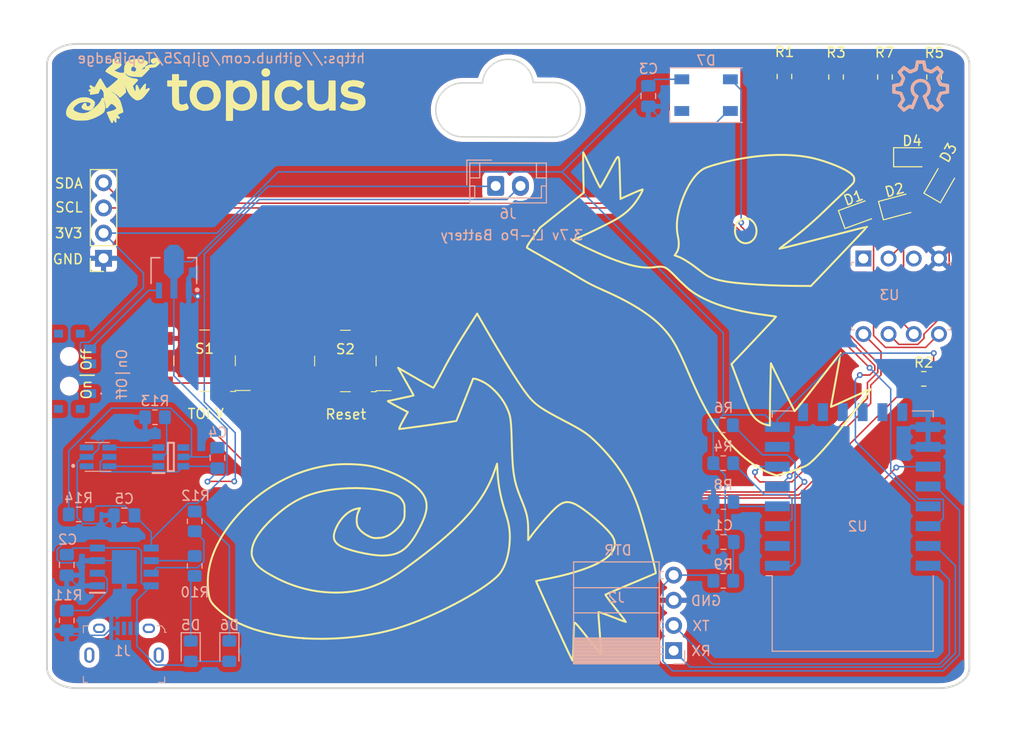
<source format=kicad_pcb>
(kicad_pcb (version 20211014) (generator pcbnew)
  (title_block (title "TopiBadge") (date "2022-02-14") (rev "v2.2") (comment 1 "Numerous circuitry fixes") (comment 2 "creativecommons.org/licenses/by/4.0") (comment 3 "License: CC BY 4.0") (comment 4 "Author: Robert Postma"))
  (layers (0 "F.Cu" signal "Top") (31 "B.Cu" signal "Bottom") (34 "B.Paste" user) (35 "F.Paste" user) (36 "B.SilkS" user "B.Silkscreen") (37 "F.SilkS" user "F.Silkscreen") (38 "B.Mask" user) (39 "F.Mask" user) (44 "Edge.Cuts" user))
  (net 0 "")
  (net 1 "GND")
  (net 2 "Net-(D1-Pad1)")
  (net 3 "Net-(D2-Pad1)")
  (net 4 "Net-(D3-Pad1)")
  (net 5 "Net-(D4-Pad1)")
  (net 6 "Net-(D5-Pad1)")
  (net 7 "+3V3")
  (net 8 "/+5V")
  (net 9 "/Batt-")
  (net 10 "Net-(D1-Pad2)")
  (net 11 "Net-(D2-Pad2)")
  (net 12 "Net-(D3-Pad2)")
  (net 13 "Net-(D4-Pad2)")
  (net 14 "Net-(C4-Pad2)")
  (net 17 "/RX")
  (net 18 "/TX")
  (net 19 "/SCL")
  (net 20 "/SDA")
  (net 22 "/BTN")
  (net 23 "Net-(R4-Pad2)")
  (net 24 "Net-(R6-Pad2)")
  (net 25 "Net-(R8-Pad1)")
  (net 27 "Net-(J4-Pad7)")
  (net 28 "Net-(J4-Pad2)")
  (net 29 "Net-(J4-Pad6)")
  (net 30 "/DTR")
  (net 32 "/NP")
  (net 33 "/LC")
  (net 41 "/Batt+")
  (net 42 "Net-(D6-Pad1)")
  (net 49 "Net-(IC1-Pad1)")
  (net 50 "Net-(IC1-Pad2)")
  (net 51 "Net-(IC1-Pad3)")
  (net 53 "Net-(J5-Pad3)")
  (footprint "LED_SMD:LED_0805_2012Metric_Pad1.15x1.40mm_HandSolder" (layer "F.Cu") (at 187.8838 78.5114 20)
    (fp_text reference "D1")
    (fp_text value "LED")
  )
  (footprint "LED_SMD:LED_0805_2012Metric_Pad1.15x1.40mm_HandSolder" (layer "F.Cu") (at 191.89584 77.76972 15)
    (fp_text reference "D2")
    (fp_text value "LED")
  )
  (footprint "LED_SMD:LED_0805_2012Metric_Pad1.15x1.40mm_HandSolder" (layer "F.Cu") (at 196.1896 75.3618 60)
    (fp_text reference "D3")
    (fp_text value "LED")
  )
  (footprint "LED_SMD:LED_0805_2012Metric_Pad1.15x1.40mm_HandSolder" (layer "F.Cu") (at 193.23304 72.86498)
    (fp_text reference "D4")
    (fp_text value "LED")
  )
  (footprint "Resistor_SMD:R_0805_2012Metric_Pad1.20x1.40mm_HandSolder" (layer "F.Cu") (at 180.3654 64.7192 90)
    (fp_text reference "R1")
    (fp_text value "330R")
  )
  (footprint "Resistor_SMD:R_0805_2012Metric_Pad1.20x1.40mm_HandSolder" (layer "F.Cu") (at 185.5724 64.77 90)
    (fp_text reference "R3")
    (fp_text value "330R")
  )
  (footprint "Resistor_SMD:R_0805_2012Metric_Pad1.20x1.40mm_HandSolder" (layer "F.Cu") (at 195.453 64.77 90)
    (fp_text reference "R5")
    (fp_text value "330R")
  )
  (footprint "Resistor_SMD:R_0805_2012Metric_Pad1.20x1.40mm_HandSolder" (layer "F.Cu") (at 190.5 64.77 90)
    (fp_text reference "R7")
    (fp_text value "330R")
  )
  (footprint "Connector_PinSocket_2.54mm:PinSocket_1x04_P2.54mm_Vertical" (layer "F.Cu") (at 111.7092 83.058 180)
    (fp_text reference "J3" hide)
    (fp_text value "128x32 I2C OLED")
  )
  (footprint "digikey-footprints:Switch_Tactile_SMD_6x6mm_PTS645" (layer "F.Cu") (at 121.9 93.3958 180)
    (fp_text reference "S1")
    (fp_text value "PTS645SM43SMTR92_LFS" hide)
  )
  (footprint "Resistor_SMD:R_0805_2012Metric_Pad1.20x1.40mm_HandSolder" (layer "F.Cu") (at 194.4116 95.2246)
    (fp_text reference "R2")
    (fp_text value "10k")
  )
  (footprint "digikey-footprints:Switch_Tactile_SMD_6x6mm_PTS645" (layer "F.Cu") (at 136.0932 93.4212 180)
    (fp_text reference "S2")
    (fp_text value "PTS645SM43SMTR92_LFS" hide)
  )
  (footprint "digikey-footprints:USB_Micro_B_Female_10118194-0001LF" (layer "B.Cu") (at 113.77676 120.39854 180)
    (fp_text reference "J1")
    (fp_text value "Micro USB Chargeport")
  )
  (footprint "Resistor_SMD:R_0805_2012Metric_Pad1.20x1.40mm_HandSolder" (layer "B.Cu") (at 174.2186 107.6452 180)
    (fp_text reference "R8")
    (fp_text value "10k")
  )
  (footprint "Resistor_SMD:R_0805_2012Metric_Pad1.20x1.40mm_HandSolder" (layer "B.Cu") (at 109.2 108.9 180)
    (fp_text reference "R14")
    (fp_text value "100R")
  )
  (footprint "user-footprints:MK12C02" (layer "B.Cu") (at 108.264 94.4626 90)
    (fp_text reference "J5" hide)
    (fp_text value "MK-12C02" hide)
  )
  (footprint "Resistor_SMD:R_0805_2012Metric_Pad1.20x1.40mm_HandSolder" (layer "B.Cu") (at 120.9 114.1 90)
    (fp_text reference "R10")
    (fp_text value "1k")
  )
  (footprint "Custom:SOIC127P600X175-9N" (layer "B.Cu") (at 113.8 114.2)
    (fp_text reference "J4" hide)
    (fp_text value "TP4056" hide)
  )
  (footprint "user-footprints:FS8205" (layer "B.Cu") (at 110.5 103.1)
    (fp_text reference "Q1" hide)
    (fp_text value "FS8205" hide)
  )
  (footprint "digikey-footprints:DIP-8_W7.62mm" (layer "B.Cu") (at 188.3256 83.0834 -90)
    (fp_text reference "U3")
    (fp_text value "ATTINY85-20PU")
  )
  (footprint "Resistor_SMD:R_0805_2012Metric_Pad1.20x1.40mm_HandSolder" (layer "B.Cu") (at 116.9 99.1 180)
    (fp_text reference "R13")
    (fp_text value "1k")
  )
  (footprint "Custom:Holtek-HT7333-SOT89-Level_A" (layer "B.Cu") (at 118.8 84.299998 90)
    (fp_text reference "U1" hide)
    (fp_text value "HT7333-SOT89" hide)
  )
  (footprint "user-footprints:OSHW" (layer "B.Cu") (at 194.09 65.83 180)
    (fp_text reference "REF**" hide)
    (fp_text value "OSHW")
  )
  (footprint "RF_Module:ESP-12E" (layer "B.Cu") (at 187.2488 110.5844)
    (fp_text reference "U2")
    (fp_text value "ESP-12E")
  )
  (footprint "user-footprints:LED_SK6812_PLCC4_5.0x5.0mm_P3.2mm_mirror" (layer "B.Cu") (at 172.466 66.5988 180)
    (fp_text reference "D7")
    (fp_text value "Neopixel")
  )
  (footprint "Capacitor_SMD:C_0805_2012Metric_Pad1.18x1.45mm_HandSolder" (layer "B.Cu") (at 123.2 103.2 90)
    (fp_text reference "C4")
    (fp_text value "0.1uF")
  )
  (footprint "Connector_JST:JST_EH_B2B-EH-A_1x02_P2.50mm_Vertical" (layer "B.Cu") (at 151.25 75.76)
    (fp_text reference "J6")
    (fp_text value "Conn_01x02")
  )
  (footprint "Resistor_SMD:R_0805_2012Metric_Pad1.20x1.40mm_HandSolder" (layer "B.Cu") (at 174.2 115.6 180)
    (fp_text reference "R9")
    (fp_text value "10k")
  )
  (footprint "LED_SMD:LED_0805_2012Metric_Pad1.15x1.40mm_HandSolder" (layer "B.Cu") (at 120.5 122.7 -90)
    (fp_text reference "D5")
    (fp_text value "R-LED")
  )
  (footprint "Capacitor_SMD:C_0805_2012Metric_Pad1.18x1.45mm_HandSolder" (layer "B.Cu") (at 113.8 109 180)
    (fp_text reference "C5")
    (fp_text value "10uF")
  )
  (footprint "Resistor_SMD:R_0805_2012Metric_Pad1.20x1.40mm_HandSolder" (layer "B.Cu") (at 120.9 109.6 90)
    (fp_text reference "R12")
    (fp_text value "1k")
  )
  (footprint "user-footprints:SOT95P280X135-6N" (layer "B.Cu") (at 118.5 103.1)
    (fp_text reference "IC1" hide)
    (fp_text value "DW01A-G" hide)
  )
  (footprint "Capacitor_SMD:C_0805_2012Metric_Pad1.18x1.45mm_HandSolder" (layer "B.Cu") (at 108 114 90)
    (fp_text reference "C2")
    (fp_text value "0.1uF")
  )
  (footprint "LED_SMD:LED_0805_2012Metric_Pad1.15x1.40mm_HandSolder" (layer "B.Cu") (at 124.4 122.7 -90)
    (fp_text reference "D6")
    (fp_text value "G-LED")
  )
  (footprint "Connector_PinSocket_2.54mm:PinSocket_1x04_P2.54mm_Horizontal" (layer "B.Cu") (at 169.1952 122.6458)
    (fp_text reference "J2")
    (fp_text value "Prog headers")
  )
  (footprint "Resistor_SMD:R_0805_2012Metric_Pad1.20x1.40mm_HandSolder" (layer "B.Cu") (at 174.1932 103.7336)
    (fp_text reference "R4")
    (fp_text value "10k")
  )
  (footprint "Resistor_SMD:R_0805_2012Metric_Pad1.20x1.40mm_HandSolder" (layer "B.Cu") (at 174.1678 99.8982)
    (fp_text reference "R6")
    (fp_text value "10k")
  )
  (footprint "Capacitor_SMD:C_0805_2012Metric_Pad1.18x1.45mm_HandSolder" (layer "B.Cu") (at 174.2186 111.6838 180)
    (fp_text reference "C1")
    (fp_text value "100nF")
  )
  (footprint "Capacitor_SMD:C_0805_2012Metric_Pad1.18x1.45mm_HandSolder" (layer "B.Cu") (at 166.64 66.69 90)
    (fp_text reference "C3")
    (fp_text value "100nF")
  )
  (footprint "Resistor_SMD:R_0805_2012Metric_Pad1.20x1.40mm_HandSolder" (layer "B.Cu") (at 108 119.6 90)
    (fp_text reference "R11")
    (fp_text value "5k")
  )
  (gr_curve (pts (xy 110.392413 66.182059) (xy 110.332873 66.1536) (xy 110.287487 66.12493) (xy 110.291556 66.118347)) (layer "F.SilkS") (width 0.2))
  (gr_line (start 124.649944 65.420474) (end 124.649944 65.638501) (layer "F.SilkS") (width 0.2))
  (gr_curve (pts (xy 127.884374 64.602273) (xy 127.704333 64.494355) (xy 127.668844 64.260334) (xy 127.808412 64.101372)) (layer "F.SilkS") (width 0.2))
  (gr_curve (pts (xy 126.804665 113.433072) (xy 127.104305 114.087614) (xy 127.655013 114.541672) (xy 129.015779 115.256203)) (layer "F.SilkS") (width 0.2))
  (gr_curve (pts (xy 113.627906 66.518252) (xy 113.393305 66.734993) (xy 113.349813 66.767984) (xy 113.349813 66.729183)) (layer "F.SilkS") (width 0.2))
  (gr_curve (pts (xy 149.918191 95.499039) (xy 149.631362 95.359613) (xy 149.302434 95.236324) (xy 149.187219 95.225061)) (layer "F.SilkS") (width 0.2))
  (gr_curve (pts (xy 124.405241 109.985659) (xy 126.961918 106.611369) (xy 130.607333 104.453572) (xy 134.657046 103.917397)) (layer "F.SilkS") (width 0.2))
  (gr_curve (pts (xy 121.737352 68.072177) (xy 121.350131 68.018779) (xy 120.974637 67.800836) (xy 120.765915 67.508339)) (layer "F.SilkS") (width 0.2))
  (gr_line (start 124.762048 67.725337) (end 124.667881 67.635111) (layer "F.SilkS") (width 0.2))
  (gr_curve (pts (xy 152.8771 101.800669) (xy 152.80941 99.266015) (xy 152.770404 98.986769) (xy 152.361039 98.107348)) (layer "F.SilkS") (width 0.2))
  (gr_line (start 180.368377 104.760676) (end 179.57023 104.974523) (layer "F.SilkS") (width 0.2))
  (gr_curve (pts (xy 150.257804 90.167489) (xy 151.909042 93.019112) (xy 153.388345 95.403809) (xy 154.166202 96.467992)) (layer "F.SilkS") (width 0.2))
  (gr_line (start 119.213509 65.633961) (end 119.218906 66.490439) (layer "F.SilkS") (width 0.2))
  (gr_line (start 121.737352 68.072177) (end 121.737352 68.072177) (layer "F.SilkS") (width 0.2))
  (gr_curve (pts (xy 132.930713 67.215678) (xy 133.061097 67.490895) (xy 133.281734 67.62343) (xy 133.611394 67.624562)) (layer "F.SilkS") (width 0.2))
  (gr_curve (pts (xy 177.092867 79.26751) (xy 176.884728 79.084732) (xy 176.774479 79.044215) (xy 176.4855 79.044215)) (layer "F.SilkS") (width 0.2))
  (gr_line (start 124.667881 69.095728) (end 124.407717 69.095728) (layer "F.SilkS") (width 0.2))
  (gr_curve (pts (xy 131.912861 121.398741) (xy 129.938946 121.272353) (xy 127.715752 120.83046) (xy 126.296985 120.282529)) (layer "F.SilkS") (width 0.2))
  (gr_curve (pts (xy 133.611394 67.624562) (xy 134.023911 67.625885) (xy 134.295562 67.451173) (xy 134.439665 67.09157)) (layer "F.SilkS") (width 0.2))
  (gr_curve (pts (xy 162.729519 74.246823) (xy 163.784869 72.26906) (xy 163.69376 72.194637) (xy 163.778021 75.103309)) (layer "F.SilkS") (width 0.2))
  (gr_curve (pts (xy 116.23763 63.947781) (xy 116.23763 63.956116) (xy 116.231571 63.965614) (xy 116.224189 63.968895)) (layer "F.SilkS") (width 0.2))
  (gr_curve (pts (xy 136.815764 65.191035) (xy 137.082173 65.179764) (xy 137.299169 65.200958) (xy 137.526938 65.260499)) (layer "F.SilkS") (width 0.2))
  (gr_curve (pts (xy 113.006301 68.582868) (xy 113.014662 68.588027) (xy 113.071862 68.657353) (xy 113.133399 68.7369)) (layer "F.SilkS") (width 0.2))
  (gr_curve (pts (xy 153.865764 107.476714) (xy 153.10016 105.619076) (xy 152.957143 104.798004) (xy 152.8771 101.800669)) (layer "F.SilkS") (width 0.2))
  (gr_curve (pts (xy 116.965647 63.653289) (xy 116.860674 63.722988) (xy 116.85893 63.72342) (xy 116.669922 63.726489)) (layer "F.SilkS") (width 0.2))
  (gr_curve (pts (xy 112.184121 65.940756) (xy 112.319675 65.852036) (xy 112.882468 65.385144) (xy 113.035495 65.234458)) (layer "F.SilkS") (width 0.2))
  (gr_curve (pts (xy 138.417812 111.08439) (xy 138.824145 111.284479) (xy 138.928577 111.305228) (xy 139.40722 111.280926)) (layer "F.SilkS") (width 0.2))
  (gr_curve (pts (xy 111.412816 65.0722) (xy 111.429564 65.10001) (xy 111.514238 65.243838) (xy 111.600956 65.391817)) (layer "F.SilkS") (width 0.2))
  (gr_curve (pts (xy 115.910555 65.534253) (xy 115.913994 65.537692) (xy 115.89169 65.671399) (xy 115.860987 65.831401)) (layer "F.SilkS") (width 0.2))
  (gr_poly (pts (xy 119.2149 65.17386) (xy 119.99468 65.21704) (xy 120.00738 65.22974) (xy 120.05056 65.61328) (xy 119.24284 65.62598) (xy 119.18696 66.95694) (xy 119.24284 67.48272) (xy 119.56796 67.65036) (xy 120.05056 67.52336) (xy 120.16486 67.9069) (xy 119.75338 68.06184) (xy 119.1006 68.00596) (xy 118.74754 67.62242) (xy 118.73484 65.66916) (xy 118.237 65.66916) (xy 118.19636 65.21704) (xy 118.70436 65.22974) (xy 118.7196 64.60744) (xy 119.19966 64.55156)) (layer "F.SilkS") (width 0.1) (fill solid))
  (gr_line (start 132.856013 65.212511) (end 132.864983 66.15419) (layer "F.SilkS") (width 0.2))
  (gr_curve (pts (xy 116.933762 63.055526) (xy 116.841102 63.064416) (xy 116.752941 63.114841) (xy 116.74317 63.164508)) (layer "F.SilkS") (width 0.2))
  (gr_curve (pts (xy 131.500777 67.731952) (xy 131.24933 67.983398) (xy 130.784791 68.127596) (xy 130.38074 68.07962)) (layer "F.SilkS") (width 0.2))
  (gr_curve (pts (xy 111.127407 66.354369) (xy 111.118014 66.36482) (xy 110.488906 66.459051) (xy 110.428608 66.459051)) (layer "F.SilkS") (width 0.2))
  (gr_curve (pts (xy 112.130125 68.381747) (xy 112.130125 68.372672) (xy 112.200399 68.351296) (xy 112.286288 68.334239)) (layer "F.SilkS") (width 0.2))
  (gr_curve (pts (xy 162.991963 119.236536) (xy 162.246243 118.943169) (xy 161.625074 118.734173) (xy 161.611592 118.772101)) (layer "F.SilkS") (width 0.2))
  (gr_curve (pts (xy 126.296985 120.282529) (xy 124.924253 119.752382) (xy 123.991337 119.183851) (xy 123.10294 118.336034)) (layer "F.SilkS") (width 0.2))
  (gr_curve (pts (xy 165.290232 77.48025) (xy 164.84562 78.06613) (xy 164.36054 78.506294) (xy 163.651527 78.967204)) (layer "F.SilkS") (width 0.2))
  (gr_curve (pts (xy 159.035235 81.266634) (xy 159.033735 81.358964) (xy 161.57902 82.568356) (xy 162.740676 83.027274)) (layer "F.SilkS") (width 0.2))
  (gr_curve (pts (xy 184.727386 101.856445) (xy 184.235639 102.4304) (xy 183.578633 103.137142) (xy 183.26737 103.426982)) (layer "F.SilkS") (width 0.2))
  (gr_curve (pts (xy 115.806414 65.65721) (xy 115.86026 65.586153) (xy 115.907123 65.530821) (xy 115.910555 65.534253)) (layer "F.SilkS") (width 0.2))
  (gr_line (start 112.441305 63.726399) (end 112.713069 63.505366) (layer "F.SilkS") (width 0.2))
  (gr_curve (pts (xy 112.708095 63.256231) (xy 112.705264 63.11474) (xy 112.709947 63.014675) (xy 112.718651 63.024636)) (layer "F.SilkS") (width 0.2))
  (gr_line (start 113.214431 65.058262) (end 113.286612 65.090472) (layer "F.SilkS") (width 0.2))
  (gr_curve (pts (xy 113.349823 66.729183) (xy 113.349823 66.693618) (xy 113.010852 66.375988) (xy 112.920486 66.326876)) (layer "F.SilkS") (width 0.2))
  (gr_line (start 178.895765 99.928103) (end 178.905165 98.372529) (layer "F.SilkS") (width 0.2))
  (gr_curve (pts (xy 154.526981 110.487063) (xy 154.526981 109.341469) (xy 154.404524 108.783939) (xy 153.865764 107.476714)) (layer "F.SilkS") (width 0.2))
  (gr_line (start 175.029138 93.738796) (end 175.15836 94.068598) (layer "F.SilkS") (width 0.2))
  (gr_curve (pts (xy 109.94479 67.739114) (xy 109.978683 67.773004) (xy 110.040047 67.810813) (xy 110.081159 67.82313)) (layer "F.SilkS") (width 0.2))
  (gr_line (start 119.21513 64.889587) (end 119.21513 65.203481) (layer "F.SilkS") (width 0.2))
  (gr_line (start 111.303334 65.150404) (end 111.382346 65.021635) (layer "F.SilkS") (width 0.2))
  (gr_curve (pts (xy 137.400176 108.626873) (xy 137.200276 109.074317) (xy 137.178317 109.830865) (xy 137.355726 110.160141)) (layer "F.SilkS") (width 0.2))
  (gr_curve (pts (xy 115.098267 64.664466) (xy 114.479113 64.64031) (xy 114.316992 64.605647) (xy 114.139039 64.459322)) (layer "F.SilkS") (width 0.2))
  (gr_line (start 134.5331 67.84744) (end 134.5331 67.639395) (layer "F.SilkS") (width 0.2))
  (gr_curve (pts (xy 124.704086 66.935659) (xy 124.840344 67.468424) (xy 125.384283 67.756121) (xy 125.935114 67.586772)) (layer "F.SilkS") (width 0.2))
  (gr_curve (pts (xy 159.170766 119.876796) (xy 159.143926 119.971966) (xy 159.115316 120.659971) (xy 159.106926 121.405694)) (layer "F.SilkS") (width 0.2))
  (gr_curve (pts (xy 158.870902 123.411785) (xy 158.567784 122.852634) (xy 155.293549 115.667597) (xy 155.326725 115.63442)) (layer "F.SilkS") (width 0.2))
  (gr_curve (pts (xy 113.188406 64.380206) (xy 113.338793 64.432405) (xy 113.381399 64.439462) (xy 113.551198 64.440295)) (layer "F.SilkS") (width 0.2))
  (gr_curve (pts (xy 170.723644 94.69157) (xy 169.524612 91.877231) (xy 169.040258 91.038214) (xy 167.980286 89.939426)) (layer "F.SilkS") (width 0.2))
  (gr_curve (pts (xy 129.589461 66.889624) (xy 129.706521 67.354867) (xy 130.056363 67.6296) (xy 130.533204 67.630746)) (layer "F.SilkS") (width 0.2))
  (gr_curve (pts (xy 130.38074 68.07962) (xy 129.782961 68.008642) (xy 129.346385 67.69156) (xy 129.149779 67.185581)) (layer "F.SilkS") (width 0.2))
  (gr_curve (pts (xy 119.419648 68.074558) (xy 119.056814 68.016797) (xy 118.825632 67.81702) (xy 118.739658 67.486945)) (layer "F.SilkS") (width 0.2))
  (gr_curve (pts (xy 110.723253 67.304334) (xy 110.766216 67.387416) (xy 110.755381 67.512702) (xy 110.693977 67.642888)) (layer "F.SilkS") (width 0.2))
  (gr_curve (pts (xy 156.083417 115.465778) (xy 157.991825 115.116739) (xy 159.724459 114.633522) (xy 160.953202 114.107597)) (layer "F.SilkS") (width 0.2))
  (gr_line (start 114.96842 66.983503) (end 114.968407 66.983384) (layer "F.SilkS") (width 0.2))
  (gr_curve (pts (xy 112.224293 64.316409) (xy 112.103445 64.249621) (xy 112.004567 64.191296) (xy 112.004567 64.186798)) (layer "F.SilkS") (width 0.2))
  (gr_line (start 137.285013 108.320131) (end 137.559294 108.270691) (layer "F.SilkS") (width 0.2))
  (gr_curve (pts (xy 113.883028 64.577929) (xy 114.052761 64.74418) (xy 114.149905 64.810879) (xy 114.323625 64.88044)) (layer "F.SilkS") (width 0.2))
  (gr_line (start 157.928401 78.201392) (end 160.127901 76.442441) (layer "F.SilkS") (width 0.2))
  (gr_curve (pts (xy 112.592612 69.077964) (xy 112.585547 69.19133) (xy 112.577478 69.299709) (xy 112.574673 69.318804)) (layer "F.SilkS") (width 0.2))
  (gr_curve (pts (xy 112.822286 63.243431) (xy 112.870742 63.354119) (xy 112.914425 63.444916) (xy 112.919357 63.445202)) (layer "F.SilkS") (width 0.2))
  (gr_line (start 134.75731 65.212511) (end 135.008424 65.212511) (layer "F.SilkS") (width 0.2))
  (gr_curve (pts (xy 180.172363 96.046271) (xy 180.813972 97.356951) (xy 181.359967 98.454231) (xy 181.385679 98.484664)) (layer "F.SilkS") (width 0.2))
  (gr_curve (pts (xy 122.362112 65.704679) (xy 122.22255 65.644722) (xy 122.214218 65.64342) (xy 121.968418 65.643224)) (layer "F.SilkS") (width 0.2))
  (gr_curve (pts (xy 144.964379 96.120755) (xy 144.996879 96.120755) (xy 145.30276 95.584822) (xy 145.644354 94.929796)) (layer "F.SilkS") (width 0.2))
  (gr_curve (pts (xy 117.118942 63.195555) (xy 117.08385 63.078434) (xy 117.040051 63.045313) (xy 116.933762 63.055526)) (layer "F.SilkS") (width 0.2))
  (gr_line (start 120.022285 65.633961) (end 119.617895 65.633961) (layer "F.SilkS") (width 0.2))
  (gr_line (start 118.470757 65.633961) (end 118.228612 65.633961) (layer "F.SilkS") (width 0.2))
  (gr_curve (pts (xy 185.551448 95.296194) (xy 185.277432 96.777561) (xy 185.052992 98.011981) (xy 185.052709 98.039349)) (layer "F.SilkS") (width 0.2))
  (gr_curve (pts (xy 112.928278 69.271653) (xy 112.925527 69.274669) (xy 112.851761 69.185965) (xy 112.764358 69.074504)) (layer "F.SilkS") (width 0.2))
  (gr_curve (pts (xy 143.596549 95.365761) (xy 144.316451 95.781006) (xy 144.931977 96.120755) (xy 144.964379 96.120755)) (layer "F.SilkS") (width 0.2))
  (gr_curve (pts (xy 120.640383 65.965883) (xy 120.782332 65.675022) (xy 120.974237 65.482783) (xy 121.268885 65.336291)) (layer "F.SilkS") (width 0.2))
  (gr_line (start 124.156684 65.212448) (end 124.403316 65.207447) (layer "F.SilkS") (width 0.2))
  (gr_curve (pts (xy 183.727285 95.5714) (xy 184.989459 93.938671) (xy 186.028337 92.6028) (xy 186.035911 92.6028)) (layer "F.SilkS") (width 0.2))
  (gr_curve (pts (xy 109.800087 67.500581) (xy 109.897615 67.445768) (xy 109.903761 67.450398) (xy 109.892868 67.570508)) (layer "F.SilkS") (width 0.2))
  (gr_curve (pts (xy 178.405904 88.780305) (xy 179.000099 88.856085) (xy 179.499514 88.931297) (xy 179.515713 88.947511)) (layer "F.SilkS") (width 0.2))
  (gr_curve (pts (xy 123.404219 66.97034) (xy 123.368101 67.151183) (xy 123.230629 67.435843) (xy 123.112106 67.575215)) (layer "F.SilkS") (width 0.2))
  (gr_curve (pts (xy 137.355726 110.160141) (xy 137.545119 110.511713) (xy 137.923521 110.841004) (xy 138.417812 111.08439)) (layer "F.SilkS") (width 0.2))
  (gr_curve (pts (xy 113.282847 68.408282) (xy 113.018755 68.518124) (xy 112.960772 68.554729) (xy 113.006301 68.582868)) (layer "F.SilkS") (width 0.2))
  (gr_curve (pts (xy 136.465924 66.311895) (xy 136.546386 66.346355) (xy 136.793526 66.404351) (xy 137.133915 66.46865)) (layer "F.SilkS") (width 0.2))
  (gr_curve (pts (xy 122.120688 67.62443) (xy 122.487088 67.576887) (xy 122.802591 67.28428) (xy 122.893645 66.907562)) (layer "F.SilkS") (width 0.2))
  (gr_line (start 136.613749 68.078752) (end 136.613749 68.078752) (layer "F.SilkS") (width 0.2))
  (gr_line (start 124.407717 69.095728) (end 124.147556 69.095728) (layer "F.SilkS") (width 0.2))
  (gr_curve (pts (xy 133.344823 68.073746) (xy 133.05348 68.036982) (xy 132.742645 67.877996) (xy 132.599664 67.692616)) (layer "F.SilkS") (width 0.2))
  (gr_line (start 131.507143 65.910744) (end 131.324163 66.030201) (layer "F.SilkS") (width 0.2))
  (gr_curve (pts (xy 111.746691 67.541912) (xy 111.788781 67.668293) (xy 111.792874 67.702858) (xy 111.784947 67.86496)) (layer "F.SilkS") (width 0.2))
  (gr_line (start 155.02795 80.938768) (end 155.728897 79.960346) (layer "F.SilkS") (width 0.2))
  (gr_curve (pts (xy 116.278857 65.975692) (xy 116.300446 65.974633) (xy 115.94204 66.44089) (xy 115.74646 66.668416)) (layer "F.SilkS") (width 0.2))
  (gr_curve (pts (xy 152.301771 108.942853) (xy 152.641891 109.995765) (xy 152.73639 110.80017) (xy 152.646615 111.877993)) (layer "F.SilkS") (width 0.2))
  (gr_poly (pts (xy 128.43256 64.16802) (xy 128.38938 64.43726) (xy 128.17856 64.63538) (xy 127.78232 64.56426) (xy 127.7239 64.32296) (xy 127.92202 64.05372) (xy 127.92202 64.02578) (xy 128.2192 63.99784)) (layer "F.SilkS") (width 0.1) (fill solid))
  (gr_curve (pts (xy 110.081159 67.82313) (xy 110.145133 67.842286) (xy 110.167477 67.841095) (xy 110.236197 67.814875)) (layer "F.SilkS") (width 0.2))
  (gr_curve (pts (xy 115.202376 65.953131) (xy 115.279145 66.113106) (xy 115.345031 66.243995) (xy 115.348786 66.243995)) (layer "F.SilkS") (width 0.2))
  (gr_line (start 128.326974 66.629033) (end 128.326974 68.055495) (layer "F.SilkS") (width 0.2))
  (gr_curve (pts (xy 136.456081 65.707272) (xy 136.162399 65.851176) (xy 136.16782 66.184226) (xy 136.465924 66.311895)) (layer "F.SilkS") (width 0.2))
  (gr_line (start 118.712903 65.203481) (end 118.712903 64.889587) (layer "F.SilkS") (width 0.2))
  (gr_curve (pts (xy 114.224311 66.18948) (xy 114.188706 66.12503) (xy 114.099788 65.934409) (xy 114.026718 65.76588)) (layer "F.SilkS") (width 0.2))
  (gr_line (start 134.439665 67.09157) (end 134.488258 66.970311) (layer "F.SilkS") (width 0.2))
  (gr_line (start 178.657579 99.884263) (end 178.895765 99.928103) (layer "F.SilkS") (width 0.2))
  (gr_curve (pts (xy 159.169662 107.825776) (xy 158.32891 107.474469) (xy 157.8523 107.644397) (xy 156.898283 108.635457)) (layer "F.SilkS") (width 0.2))
  (gr_line (start 111.382346 65.021635) (end 111.412816 65.0722) (layer "F.SilkS") (width 0.2))
  (gr_curve (pts (xy 137.941069 65.436584) (xy 137.941069 65.447538) (xy 137.748847 65.809417) (xy 137.732342 65.829528)) (layer "F.SilkS") (width 0.2))
  (gr_curve (pts (xy 108.145252 67.921465) (xy 108.23356 67.738524) (xy 108.341576 67.595953) (xy 108.523668 67.421981)) (layer "F.SilkS") (width 0.2))
  (gr_curve (pts (xy 135.783447 66.338068) (xy 135.750533 66.266315) (xy 135.744318 66.220132) (xy 135.74409 66.045714)) (layer "F.SilkS") (width 0.2))
  (gr_line (start 120.022285 65.203481) (end 120.022285 65.41872) (layer "F.SilkS") (width 0.2))
  (gr_curve (pts (xy 186.035911 92.6028) (xy 186.043511 92.6028) (xy 185.825467 93.814827) (xy 185.551448 95.296194)) (layer "F.SilkS") (width 0.2))
  (gr_curve (pts (xy 116.74317 63.164508) (xy 116.734623 63.207924) (xy 116.815324 63.220857) (xy 116.881438 63.18668)) (layer "F.SilkS") (width 0.2))
  (gr_curve (pts (xy 114.569532 65.660663) (xy 114.569532 65.697014) (xy 114.767591 66.212377) (xy 114.805426 66.27448)) (layer "F.SilkS") (width 0.2))
  (gr_curve (pts (xy 109.892868 67.570508) (xy 109.883502 67.673915) (xy 109.885222 67.679548) (xy 109.94479 67.739114)) (layer "F.SilkS") (width 0.2))
  (gr_curve (pts (xy 186.617968 76.149286) (xy 186.187835 76.552376) (xy 185.206065 77.494325) (xy 184.436262 78.242506)) (layer "F.SilkS") (width 0.2))
  (gr_curve (pts (xy 151.500012 115.0539) (xy 149.927611 116.671947) (xy 144.939066 119.29343) (xy 141.371581 120.376401)) (layer "F.SilkS") (width 0.2))
  (gr_curve (pts (xy 113.884816 64.22861) (xy 113.907518 64.183118) (xy 113.908444 64.154635) (xy 113.890769 64.047841)) (layer "F.SilkS") (width 0.2))
  (gr_line (start 128.066783 68.055495) (end 127.806592 68.055495) (layer "F.SilkS") (width 0.2))
  (gr_curve (pts (xy 129.015779 115.256203) (xy 130.962206 116.278263) (xy 132.988682 116.787082) (xy 135.116315 116.78797)) (layer "F.SilkS") (width 0.2))
  (gr_line (start 115.051336 65.832057) (end 115.062792 65.662263) (layer "F.SilkS") (width 0.2))
  (gr_curve (pts (xy 113.149579 68.843956) (xy 112.963955 68.771082) (xy 112.913652 68.754665) (xy 112.904386 68.76393)) (layer "F.SilkS") (width 0.2))
  (gr_curve (pts (xy 137.491645 67.402887) (xy 137.565578 67.250161) (xy 137.526501 67.105257) (xy 137.387854 67.018021)) (layer "F.SilkS") (width 0.2))
  (gr_line (start 112.713069 63.505366) (end 112.708095 63.256231) (layer "F.SilkS") (width 0.2))
  (gr_poly (pts (xy 128.34874 68.07708) (xy 127.76708 68.08978) (xy 127.76708 65.2018) (xy 128.36144 65.17386)) (layer "F.SilkS") (width 0.1) (fill solid))
  (gr_curve (pts (xy 181.385679 98.484664) (xy 181.411379 98.515274) (xy 182.465116 97.20413) (xy 183.727285 95.5714)) (layer "F.SilkS") (width 0.2))
  (gr_curve (pts (xy 112.993419 64.73879) (xy 112.868821 64.682074) (xy 112.694236 64.591155) (xy 112.605449 64.536754)) (layer "F.SilkS") (width 0.2))
  (gr_line (start 124.147556 69.095728) (end 124.152132 67.154099) (layer "F.SilkS") (width 0.2))
  (gr_curve (pts (xy 172.666163 84.870142) (xy 172.484783 84.778222) (xy 172.042352 84.467614) (xy 171.683013 84.179921)) (layer "F.SilkS") (width 0.2))
  (gr_line (start 151.388981 103.799906) (end 151.437211 104.632525) (layer "F.SilkS") (width 0.2))
  (gr_poly (pts (xy 111.74476 65.67424) (xy 112.24006 66.21018) (xy 112.8776 66.59372) (xy 113.32972 67.31508) (xy 113.6269 68.2498) (xy 113.64214 68.2498) (xy 113.03254 68.47586) (xy 113.04778 68.80352) (xy 112.5093 69.18452) (xy 112.15624 68.3768) (xy 113.04778 68.06692) (xy 113.01984 67.69862) (xy 112.45342 67.35826) (xy 112.014 67.82562) (xy 111.81588 66.2686) (xy 111.57458 65.95618) (xy 111.2774 65.87236) (xy 111.07928 66.35242) (xy 110.44174 66.43878) (xy 110.5408 66.0273) (xy 110.4138 65.70218) (xy 110.86592 65.88506) (xy 111.34852 64.99352)) (layer "F.SilkS") (width 0.1) (fill solid))
  (gr_curve (pts (xy 141.696697 97.183797) (xy 142.379416 97.040893) (xy 142.948704 96.913258) (xy 142.961785 96.900181)) (layer "F.SilkS") (width 0.2))
  (gr_curve (pts (xy 154.426986 82.009009) (xy 154.343986 81.932819) (xy 154.446266 81.750754) (xy 155.02795 80.938768)) (layer "F.SilkS") (width 0.2))
  (gr_curve (pts (xy 108.036257 68.485901) (xy 108.011439 68.311765) (xy 108.047846 68.123255) (xy 108.145252 67.921465)) (layer "F.SilkS") (width 0.2))
  (gr_curve (pts (xy 112.605449 64.536754) (xy 112.516661 64.482351) (xy 112.345142 64.383196) (xy 112.224293 64.316409)) (layer "F.SilkS") (width 0.2))
  (gr_curve (pts (xy 122.246269 116.37878) (xy 122.058804 114.32201) (xy 122.813977 112.085799) (xy 124.405241 109.985659)) (layer "F.SilkS") (width 0.2))
  (gr_curve (pts (xy 113.633787 65.123527) (xy 113.504758 65.007517) (xy 113.257783 64.859134) (xy 112.993419 64.73879)) (layer "F.SilkS") (width 0.2))
  (gr_curve (pts (xy 121.798013 67.623404) (xy 121.958734 67.644094) (xy 121.96882 67.644147) (xy 122.120683 67.624462)) (layer "F.SilkS") (width 0.2))
  (gr_curve (pts (xy 127.808412 64.101372) (xy 127.95261 63.93714) (xy 128.241212 63.953859) (xy 128.359976 64.133326)) (layer "F.SilkS") (width 0.2))
  (gr_curve (pts (xy 112.574673 69.318804) (xy 112.571869 69.337907) (xy 112.470697 69.138586) (xy 112.349849 68.875881)) (layer "F.SilkS") (width 0.2))
  (gr_curve (pts (xy 164.952418 76.556201) (xy 165.567136 76.277915) (xy 166.070085 76.081829) (xy 166.070085 76.120493)) (layer "F.SilkS") (width 0.2))
  (gr_curve (pts (xy 152.646615 111.877993) (xy 152.532284 113.250521) (xy 152.106558 114.429745) (xy 151.500012 115.0539)) (layer "F.SilkS") (width 0.2))
  (gr_line (start 132.864983 66.15419) (end 132.873952 67.095869) (layer "F.SilkS") (width 0.2))
  (gr_line (start 119.21513 64.575696) (end 119.21513 64.889587) (layer "F.SilkS") (width 0.2))
  (gr_curve (pts (xy 121.028763 66.383796) (xy 121.003098 66.506076) (xy 121.003151 66.753567) (xy 121.028906 66.875289)) (layer "F.SilkS") (width 0.2))
  (gr_curve (pts (xy 141.536956 100.28126) (xy 141.479736 100.26879) (xy 141.619956 99.948472) (xy 141.914379 99.418809)) (layer "F.SilkS") (width 0.2))
  (gr_line (start 119.419638 68.074558) (end 119.419638 68.074558) (layer "F.SilkS") (width 0.2))
  (gr_line (start 118.228612 65.41872) (end 118.228612 65.203481) (layer "F.SilkS") (width 0.2))
  (gr_curve (pts (xy 179.875404 82.100417) (xy 179.889014 82.114027) (xy 181.874918 81.615409) (xy 184.288615 80.992471)) (layer "F.SilkS") (width 0.2))
  (gr_line (start 124.649944 65.202446) (end 124.649944 65.420474) (layer "F.SilkS") (width 0.2))
  (gr_line (start 119.617895 65.633961) (end 119.213509 65.633961) (layer "F.SilkS") (width 0.2))
  (gr_curve (pts (xy 182.954782 72.891957) (xy 184.455043 73.194319) (xy 186.512947 74.011472) (xy 187.09229 74.534872)) (layer "F.SilkS") (width 0.2))
  (gr_curve (pts (xy 111.61514 68.324092) (xy 111.29892 68.602439) (xy 110.557174 68.944635) (xy 110.07637 69.033988)) (layer "F.SilkS") (width 0.2))
  (gr_line (start 158.995126 123.641028) (end 158.870902 123.411785) (layer "F.SilkS") (width 0.2))
  (gr_curve (pts (xy 131.696336 65.785678) (xy 131.692923 65.788748) (xy 131.607783 65.84504) (xy 131.507143 65.910744)) (layer "F.SilkS") (width 0.2))
  (gr_curve (pts (xy 129.67436 65.425181) (xy 129.947233 65.248659) (xy 130.238931 65.175885) (xy 130.61392 65.190779)) (layer "F.SilkS") (width 0.2))
  (gr_line (start 112.220396 66.020422) (end 112.140267 65.969458) (layer "F.SilkS") (width 0.2))
  (gr_curve (pts (xy 111.757158 66.201249) (xy 111.727212 66.137259) (xy 111.670046 66.049465) (xy 111.630121 66.006153)) (layer "F.SilkS") (width 0.2))
  (gr_line (start 137.559294 108.270691) (end 137.400176 108.626873) (layer "F.SilkS") (width 0.2))
  (gr_curve (pts (xy 125.582667 65.63785) (xy 125.398938 65.644888) (xy 125.360814 65.652297) (xy 125.233817 65.705793)) (layer "F.SilkS") (width 0.2))
  (gr_curve (pts (xy 125.930486 65.677525) (xy 125.801766 65.634265) (xy 125.770249 65.630672) (xy 125.582667 65.63785)) (layer "F.SilkS") (width 0.2))
  (gr_line (start 118.964017 64.575696) (end 119.21513 64.575696) (layer "F.SilkS") (width 0.2))
  (gr_line (start 185.877446 82.876584) (end 183.036624 85.852199) (layer "F.SilkS") (width 0.2))
  (gr_curve (pts (xy 130.533204 67.630746) (xy 130.826381 67.63154) (xy 131.022921 67.549275) (xy 131.212334 67.346792)) (layer "F.SilkS") (width 0.2))
  (gr_curve (pts (xy 120.065631 67.53684) (xy 120.069653 67.540888) (xy 120.106171 67.619787) (xy 120.146787 67.712145)) (layer "F.SilkS") (width 0.2))
  (gr_curve (pts (xy 113.367997 63.611538) (xy 113.259934 63.762448) (xy 113.129338 63.845554) (xy 112.650304 64.068251)) (layer "F.SilkS") (width 0.2))
  (gr_line (start 125.935114 67.586772) (end 125.935114 67.586772) (layer "F.SilkS") (width 0.2))
  (gr_curve (pts (xy 112.004567 64.186798) (xy 112.004567 64.1823) (xy 112.041688 64.1266) (xy 112.087054 64.063023)) (layer "F.SilkS") (width 0.2))
  (gr_curve (pts (xy 131.202219 65.906302) (xy 131.007596 65.708555) (xy 130.823261 65.634054) (xy 130.528626 65.634054)) (layer "F.SilkS") (width 0.2))
  (gr_curve (pts (xy 110.46189 66.360616) (xy 110.492864 66.306476) (xy 110.514261 66.255793) (xy 110.509438 66.24799)) (layer "F.SilkS") (width 0.2))
  (gr_curve (pts (xy 110.236197 67.814875) (xy 110.341512 67.774653) (xy 110.456402 67.658598) (xy 110.480873 67.567719)) (layer "F.SilkS") (width 0.2))
  (gr_curve (pts (xy 111.188841 67.62982) (xy 111.34653 67.470477) (xy 111.520729 67.21771) (xy 111.574204 67.070654)) (layer "F.SilkS") (width 0.2))
  (gr_curve (pts (xy 117.099696 62.974043) (xy 117.176311 63.038508) (xy 117.313852 63.229109) (xy 117.313852 63.270813)) (layer "F.SilkS") (width 0.2))
  (gr_curve (pts (xy 112.771185 66.539426) (xy 112.933512 66.663759) (xy 113.190589 66.98635) (xy 113.300746 67.203944)) (layer "F.SilkS") (width 0.2))
  (gr_curve (pts (xy 136.135036 66.680021) (xy 135.985679 66.607445) (xy 135.843642 66.469304) (xy 135.783447 66.338068)) (layer "F.SilkS") (width 0.2))
  (gr_curve (pts (xy 112.919357 63.445202) (xy 112.924278 63.445467) (xy 112.976755 63.354924) (xy 113.035945 63.243949)) (layer "F.SilkS") (width 0.2))
  (gr_curve (pts (xy 135.811249 65.702081) (xy 135.970952 65.378802) (xy 136.296855 65.212999) (xy 136.815764 65.191035)) (layer "F.SilkS") (width 0.2))
  (gr_line (start 112.569588 64.105777) (end 112.793798 64.213418) (layer "F.SilkS") (width 0.2))
  (gr_curve (pts (xy 167.381809 114.838481) (xy 167.365939 114.852841) (xy 166.23137 115.334094) (xy 164.860852 115.908061)) (layer "F.SilkS") (width 0.2))
  (gr_curve (pts (xy 145.644354 94.929796) (xy 146.56296 93.168234) (xy 147.357478 91.797883) (xy 148.424824 90.13415)) (layer "F.SilkS") (width 0.2))
  (gr_curve (pts (xy 113.18929 63.571311) (xy 113.19683 63.571311) (xy 113.256216 63.547419) (xy 113.321259 63.518251)) (layer "F.SilkS") (width 0.2))
  (gr_curve (pts (xy 125.935124 67.586772) (xy 126.14864 67.521129) (xy 126.347239 67.35228) (xy 126.459859 67.140647)) (layer "F.SilkS") (width 0.2))
  (gr_line (start 169.303683 82.765451) (end 169.486953 82.488525) (layer "F.SilkS") (width 0.2))
  (gr_line (start 128.071374 65.207545) (end 128.326974 65.202572) (layer "F.SilkS") (width 0.2))
  (gr_curve (pts (xy 110.291556 66.118347) (xy 110.295631 66.111759) (xy 110.355247 66.095752) (xy 110.424046 66.082774)) (layer "F.SilkS") (width 0.2))
  (gr_line (start 110.437625 65.760173) (end 110.400543 65.698048) (layer "F.SilkS") (width 0.2))
  (gr_curve (pts (xy 114.99553 66.413559) (xy 115.03572 66.42573) (xy 115.035897 66.424909) (xy 115.037895 66.213814)) (layer "F.SilkS") (width 0.2))
  (gr_line (start 127.884406 64.602273) (end 127.884406 64.602273) (layer "F.SilkS") (width 0.2))
  (gr_curve (pts (xy 110.428608 66.459051) (xy 110.413897 66.459051) (xy 110.425909 66.423494) (xy 110.46189 66.360616)) (layer "F.SilkS") (width 0.2))
  (gr_curve (pts (xy 116.080684 63.974605) (xy 116.167005 63.951506) (xy 116.23763 63.939449) (xy 116.23763 63.947781)) (layer "F.SilkS") (width 0.2))
  (gr_curve (pts (xy 112.920486 66.326876) (xy 112.868337 66.298534) (xy 112.707513 66.229454) (xy 112.563098 66.173365)) (layer "F.SilkS") (width 0.2))
  (gr_curve (pts (xy 112.087054 64.063023) (xy 112.145341 63.981341) (xy 112.24927 63.882585) (xy 112.441305 63.726399)) (layer "F.SilkS") (width 0.2))
  (gr_curve (pts (xy 110.449076 67.343416) (xy 110.387886 67.250029) (xy 110.032854 67.180623) (xy 109.729179 67.202682)) (layer "F.SilkS") (width 0.2))
  (gr_curve (pts (xy 162.740676 83.027274) (xy 164.773015 83.830159) (xy 166.124431 84.111417) (xy 167.226329 83.960837)) (layer "F.SilkS") (width 0.2))
  (gr_curve (pts (xy 111.166023 65.371367) (xy 111.198088 65.32066) (xy 111.259879 65.221228) (xy 111.303334 65.150404)) (layer "F.SilkS") (width 0.2))
  (gr_curve (pts (xy 183.26737 103.426982) (xy 182.764779 103.894978) (xy 182.61553 103.987146) (xy 181.933998 104.250394)) (layer "F.SilkS") (width 0.2))
  (gr_curve (pts (xy 112.91415 69.019719) (xy 112.92468 69.155254) (xy 112.93103 69.268626) (xy 112.928278 69.271653)) (layer "F.SilkS") (width 0.2))
  (gr_line (start 124.667881 67.635111) (end 124.667881 68.36542) (layer "F.SilkS") (width 0.2))
  (gr_curve (pts (xy 110.570776 66.045801) (xy 110.591652 66.032889) (xy 110.560457 65.965966) (xy 110.437625 65.760173)) (layer "F.SilkS") (width 0.2))
  (gr_curve (pts (xy 167.226329 83.960837) (xy 168.27609 83.817366) (xy 168.373942 83.861817) (xy 169.462336 84.976003)) (layer "F.SilkS") (width 0.2))
  (gr_line (start 135.008424 65.212511) (end 135.013027 66.633996) (layer "F.SilkS") (width 0.2))
  (gr_curve (pts (xy 123.112106 67.575215) (xy 122.92671 67.793224) (xy 122.647143 67.966468) (xy 122.366632 68.03717)) (layer "F.SilkS") (width 0.2))
  (gr_curve (pts (xy 113.595727 68.273882) (xy 113.584112 68.281052) (xy 113.443314 68.341541) (xy 113.282847 68.408282)) (layer "F.SilkS") (width 0.2))
  (gr_curve (pts (xy 116.784717 62.971661) (xy 116.970187 62.912625) (xy 117.027226 62.913056) (xy 117.099696 62.974043)) (layer "F.SilkS") (width 0.2))
  (gr_line (start 141.645787 94.514127) (end 141.419658 94.116786) (layer "F.SilkS") (width 0.2))
  (gr_curve (pts (xy 132.386582 67.262909) (xy 132.360652 67.165349) (xy 132.355538 67.015097) (xy 132.34954 66.176129)) (layer "F.SilkS") (width 0.2))
  (gr_line (start 134.497227 66.091412) (end 134.506197 65.212511) (layer "F.SilkS") (width 0.2))
  (gr_curve (pts (xy 115.024994 65.155115) (xy 114.977639 65.206481) (xy 114.855787 65.336257) (xy 114.754214 65.443508)) (layer "F.SilkS") (width 0.2))
  (gr_line (start 179.57023 104.974523) (end 179.090124 104.806829) (layer "F.SilkS") (width 0.2))
  (gr_curve (pts (xy 117.313852 63.270813) (xy 117.313852 63.357273) (xy 117.164654 63.521159) (xy 116.965647 63.653289)) (layer "F.SilkS") (width 0.2))
  (gr_curve (pts (xy 125.108375 67.967492) (xy 124.972191 67.905743) (xy 124.891324 67.849199) (xy 124.762048 67.725337)) (layer "F.SilkS") (width 0.2))
  (gr_curve (pts (xy 113.321259 63.518251) (xy 113.462179 63.455024) (xy 113.469547 63.469726) (xy 113.367997 63.611538)) (layer "F.SilkS") (width 0.2))
  (gr_curve (pts (xy 176.4855 79.044215) (xy 175.817975 79.044215) (xy 175.377547 79.539348) (xy 175.378242 80.288995)) (layer "F.SilkS") (width 0.2))
  (gr_curve (pts (xy 138.027752 67.266279) (xy 138.022275 67.430652) (xy 138.014788 67.468307) (xy 137.96898 67.562237)) (layer "F.SilkS") (width 0.2))
  (gr_line (start 119.21513 65.203481) (end 119.618707 65.203481) (layer "F.SilkS") (width 0.2))
  (gr_curve (pts (xy 135.74409 66.045714) (xy 135.743825 65.842188) (xy 135.744884 65.836193) (xy 135.811249 65.702081)) (layer "F.SilkS") (width 0.2))
  (gr_curve (pts (xy 139.40722 111.280926) (xy 139.80757 111.260516) (xy 140.049366 111.201406) (xy 140.367254 111.045764)) (layer "F.SilkS") (width 0.2))
  (gr_poly (pts (xy 114.91468 63.72352) (xy 114.9096 63.7286) (xy 114.62766 63.64986) (xy 114.68608 63.06312) (xy 115.26012 63.01486)) (layer "F.SilkS") (width 0.1) (fill solid))
  (gr_curve (pts (xy 115.348786 66.243995) (xy 115.355189 66.243995) (xy 115.586884 65.946921) (xy 115.806414 65.65721)) (layer "F.SilkS") (width 0.2))
  (gr_curve (pts (xy 176.000885 96.303935) (xy 176.393196 97.351975) (xy 176.825888 98.395378) (xy 176.962423 98.622604)) (layer "F.SilkS") (width 0.2))
  (gr_line (start 124.152132 67.154099) (end 124.156684 65.212448) (layer "F.SilkS") (width 0.2))
  (gr_curve (pts (xy 136.613752 68.078746) (xy 136.362625 68.058982) (xy 136.020016 67.96642) (xy 135.824537 67.865503)) (layer "F.SilkS") (width 0.2))
  (gr_line (start 113.245286 68.881532) (end 113.149579 68.843956) (layer "F.SilkS") (width 0.2))
  (gr_line (start 149.187219 95.225061) (end 148.977757 95.204651) (layer "F.SilkS") (width 0.2))
  (gr_curve (pts (xy 116.881438 63.18668) (xy 116.932765 63.160137) (xy 116.937181 63.160164) (xy 116.937181 63.186945)) (layer "F.SilkS") (width 0.2))
  (gr_line (start 178.932401 85.780669) (end 178.932431 85.780796) (layer "F.SilkS") (width 0.2))
  (gr_line (start 113.349813 66.729183) (end 113.349813 66.729183) (layer "F.SilkS") (width 0.2))
  (gr_line (start 128.326974 65.202572) (end 128.326974 66.629033) (layer "F.SilkS") (width 0.2))
  (gr_curve (pts (xy 160.9247 74.160748) (xy 161.363118 75.119444) (xy 161.749344 75.904327) (xy 161.782982 75.904936)) (layer "F.SilkS") (width 0.2))
  (gr_line (start 134.506197 65.212511) (end 134.75731 65.212511) (layer "F.SilkS") (width 0.2))
  (gr_line (start 113.857879 64.282609) (end 113.884816 64.22861) (layer "F.SilkS") (width 0.2))
  (gr_curve (pts (xy 131.696336 67.473827) (xy 131.709089 67.484463) (xy 131.586627 67.646102) (xy 131.500777 67.731952)) (layer "F.SilkS") (width 0.2))
  (gr_curve (pts (xy 122.650522 65.329486) (xy 122.935126 65.465001) (xy 123.145504 65.674881) (xy 123.28726 65.964714)) (layer "F.SilkS") (width 0.2))
  (gr_curve (pts (xy 159.639872 80.958754) (xy 159.307841 81.094892) (xy 159.03576 81.23345) (xy 159.035235 81.266634)) (layer "F.SilkS") (width 0.2))
  (gr_line (start 127.806592 68.055495) (end 127.811198 66.634004) (layer "F.SilkS") (width 0.2))
  (gr_curve (pts (xy 141.349359 98.031239) (xy 140.780937 97.731636) (xy 140.347259 97.476854) (xy 140.385628 97.465069)) (layer "F.SilkS") (width 0.2))
  (gr_line (start 113.133399 68.7369) (end 113.245286 68.881532) (layer "F.SilkS") (width 0.2))
  (gr_curve (pts (xy 141.847907 107.511807) (xy 141.671138 107.221615) (xy 141.534622 107.104064) (xy 141.151654 106.912442)) (layer "F.SilkS") (width 0.2))
  (gr_curve (pts (xy 111.784947 67.86496) (xy 111.773332 68.102456) (xy 111.728154 68.224614) (xy 111.61514 68.324092)) (layer "F.SilkS") (width 0.2))
  (gr_line (start 124.403316 65.207447) (end 124.649944 65.202446) (layer "F.SilkS") (width 0.2))
  (gr_curve (pts (xy 130.61392 65.190779) (xy 130.742166 65.195858) (xy 130.895527 65.213003) (xy 130.954717 65.228817)) (layer "F.SilkS") (width 0.2))
  (gr_line (start 130.38074 68.07962) (end 130.38074 68.07962) (layer "F.SilkS") (width 0.2))
  (gr_curve (pts (xy 137.879294 66.787341) (xy 137.998995 66.919792) (xy 138.035393 67.037214) (xy 138.027752 67.266279)) (layer "F.SilkS") (width 0.2))
  (gr_line (start 131.912969 121.398734) (end 131.912861 121.398741) (layer "F.SilkS") (width 0.2))
  (gr_curve (pts (xy 113.49558 65.257284) (xy 113.714954 65.473152) (xy 113.843853 65.779863) (xy 113.86533 66.137095)) (layer "F.SilkS") (width 0.2))
  (gr_line (start 113.551198 64.440295) (end 113.743592 64.441354) (layer "F.SilkS") (width 0.2))
  (gr_line (start 113.035495 65.234458) (end 113.214431 65.058262) (layer "F.SilkS") (width 0.2))
  (gr_curve (pts (xy 132.599664 67.692616) (xy 132.506689 67.572072) (xy 132.424901 67.407141) (xy 132.386582 67.262909)) (layer "F.SilkS") (width 0.2))
  (gr_curve (pts (xy 112.12042 67.723591) (xy 112.082352 67.772914) (xy 112.045656 67.820031) (xy 112.038877 67.828289)) (layer "F.SilkS") (width 0.2))
  (gr_curve (pts (xy 112.025887 67.727623) (xy 112.025094 67.595932) (xy 112.00517 67.511096) (xy 111.931034 67.324477)) (layer "F.SilkS") (width 0.2))
  (gr_curve (pts (xy 127.08934 66.64431) (xy 127.08934 67.064971) (xy 126.954405 67.417343) (xy 126.693362 67.678387)) (layer "F.SilkS") (width 0.2))
  (gr_line (start 115.098275 64.664453) (end 115.098275 64.664453) (layer "F.SilkS") (width 0.2))
  (gr_curve (pts (xy 109.457049 68.505734) (xy 109.729917 68.540728) (xy 110.058847 68.47537) (xy 110.29821 68.338594)) (layer "F.SilkS") (width 0.2))
  (gr_curve (pts (xy 135.743455 67.558734) (xy 135.799798 67.452141) (xy 135.848757 67.361969) (xy 135.852254 67.358352)) (layer "F.SilkS") (width 0.2))
  (gr_line (start 134.5331 67.639395) (end 134.396315 67.767136) (layer "F.SilkS") (width 0.2))
  (gr_curve (pts (xy 170.000061 77.342823) (xy 170.588095 75.65345) (xy 171.419346 74.436343) (xy 172.287658 73.993364)) (layer "F.SilkS") (width 0.2))
  (gr_line (start 112.764358 69.074504) (end 112.605444 68.871846) (layer "F.SilkS") (width 0.2))
  (gr_line (start 113.86533 66.137095) (end 113.874537 66.290392) (layer "F.SilkS") (width 0.2))
  (gr_line (start 112.140267 65.969458) (end 112.184121 65.940756) (layer "F.SilkS") (width 0.2))
  (gr_curve (pts (xy 161.747088 120.852826) (xy 161.835118 121.9593) (xy 161.894717 122.901737) (xy 161.879599 122.947137)) (layer "F.SilkS") (width 0.2))
  (gr_line (start 118.228612 65.203481) (end 118.470757 65.203481) (layer "F.SilkS") (width 0.2))
  (gr_line (start 132.599296 65.207537) (end 132.856013 65.212511) (layer "F.SilkS") (width 0.2))
  (gr_line (start 110.400543 65.698048) (end 110.462667 65.73491) (layer "F.SilkS") (width 0.2))
  (gr_curve (pts (xy 112.793798 64.213418) (xy 112.917113 64.272621) (xy 113.094685 64.347675) (xy 113.188406 64.380206)) (layer "F.SilkS") (width 0.2))
  (gr_curve (pts (xy 126.65885 112.569533) (xy 126.62748 112.958632) (xy 126.65125 113.097665) (xy 126.804665 113.433072)) (layer "F.SilkS") (width 0.2))
  (gr_curve (pts (xy 123.40442 66.288744) (xy 123.441293 66.472063) (xy 123.4412 66.785187) (xy 123.404219 66.97034)) (layer "F.SilkS") (width 0.2))
  (gr_line (start 148.977757 95.204651) (end 148.142743 97.324063) (layer "F.SilkS") (width 0.2))
  (gr_curve (pts (xy 135.259742 110.061601) (xy 135.73374 109.127113) (xy 136.509723 108.459868) (xy 137.285013 108.320131)) (layer "F.SilkS") (width 0.2))
  (gr_line (start 134.775352 68.055482) (end 134.5331 68.055482) (layer "F.SilkS") (width 0.2))
  (gr_curve (pts (xy 111.826635 66.679793) (xy 111.812083 66.32894) (xy 111.809887 66.313948) (xy 111.757158 66.201249)) (layer "F.SilkS") (width 0.2))
  (gr_curve (pts (xy 148.142743 97.324063) (xy 147.683488 98.489737) (xy 147.296729 99.454473) (xy 147.283282 99.467924)) (layer "F.SilkS") (width 0.2))
  (gr_curve (pts (xy 119.218906 66.490439) (xy 119.224886 67.437288) (xy 119.222848 67.420063) (xy 119.343266 67.537784)) (layer "F.SilkS") (width 0.2))
  (gr_curve (pts (xy 115.972636 63.833574) (xy 115.951655 63.840162) (xy 115.955941 63.830796) (xy 115.985866 63.804456)) (layer "F.SilkS") (width 0.2))
  (gr_curve (pts (xy 115.354077 64.051239) (xy 115.257798 64.125796) (xy 115.182545 64.19032) (xy 115.186847 64.194622)) (layer "F.SilkS") (width 0.2))
  (gr_line (start 133.344829 68.073727) (end 133.344829 68.073727) (layer "F.SilkS") (width 0.2))
  (gr_curve (pts (xy 141.371581 120.376401) (xy 138.568434 121.227339) (xy 135.096582 121.602597) (xy 131.912969 121.398734)) (layer "F.SilkS") (width 0.2))
  (gr_curve (pts (xy 112.349851 68.875881) (xy 112.229003 68.613179) (xy 112.130125 68.390817) (xy 112.130125 68.381747)) (layer "F.SilkS") (width 0.2))
  (gr_curve (pts (xy 116.005506 63.463689) (xy 115.997833 63.463689) (xy 115.887501 63.565387) (xy 115.760337 63.689683)) (layer "F.SilkS") (width 0.2))
  (gr_curve (pts (xy 159.106926 121.405694) (xy 159.098626 122.151414) (xy 159.069886 122.959435) (xy 159.043396 123.201291)) (layer "F.SilkS") (width 0.2))
  (gr_line (start 112.650304 64.068251) (end 112.569588 64.105777) (layer "F.SilkS") (width 0.2))
  (gr_line (start 135.013027 66.633996) (end 135.017605 68.055482) (layer "F.SilkS") (width 0.2))
  (gr_line (start 124.649944 65.638501) (end 124.782669 65.512425) (layer "F.SilkS") (width 0.2))
  (gr_curve (pts (xy 113.098707 67.919406) (xy 113.098707 67.832578) (xy 113.06456 67.774147) (xy 112.952461 67.669153)) (layer "F.SilkS") (width 0.2))
  (gr_poly (pts (xy 115.3414 63.82258) (xy 115.39982 64.1731) (xy 116.078 64.0461) (xy 115.53698 64.63284) (xy 114.95024 64.62776) (xy 114.90452 64.24676) (xy 114.96802 64.20104) (xy 115.02898 64.0588) (xy 115.05438 63.89624) (xy 114.9604 63.81496) (xy 115.00612 63.7413)) (layer "F.SilkS") (width 0.1) (fill solid))
  (gr_line (start 160.127901 76.442441) (end 160.084061 74.390331) (layer "F.SilkS") (width 0.2))
  (gr_curve (pts (xy 115.486787 64.680566) (xy 115.460752 64.678979) (xy 115.285926 64.671782) (xy 115.098275 64.664453)) (layer "F.SilkS") (width 0.2))
  (gr_curve (pts (xy 135.493996 112.031854) (xy 134.824778 111.606313) (xy 134.75858 111.049604) (xy 135.259742 110.061601)) (layer "F.SilkS") (width 0.2))
  (gr_curve (pts (xy 122.031195 65.191157) (xy 122.30999 65.201502) (xy 122.445083 65.231668) (xy 122.650522 65.329486)) (layer "F.SilkS") (width 0.2))
  (gr_curve (pts (xy 120.765915 67.508339) (xy 120.572838 67.237765) (xy 120.50058 66.998442) (xy 120.50058 66.629543)) (layer "F.SilkS") (width 0.2))
  (gr_curve (pts (xy 135.824537 67.865503) (xy 135.619839 67.759828) (xy 135.625615 67.78168) (xy 135.743455 67.558734)) (layer "F.SilkS") (width 0.2))
  (gr_line (start 122.120683 67.624462) (end 122.120683 67.624462) (layer "F.SilkS") (width 0.2))
  (gr_curve (pts (xy 141.851384 109.666795) (xy 142.048751 109.310499) (xy 142.067762 109.214579) (xy 142.067762 108.574504)) (layer "F.SilkS") (width 0.2))
  (gr_curve (pts (xy 108.909719 69.044166) (xy 108.574269 68.983183) (xy 108.327074 68.875995) (xy 108.160532 68.719308)) (layer "F.SilkS") (width 0.2))
  (gr_poly (pts (xy 115.951 63.20028) (xy 116.04244 63.373) (xy 115.4049 63.97244) (xy 114.93754 63.76924) (xy 114.91468 63.78702) (xy 115.27282 63.04026)) (layer "F.SilkS") (width 0.1) (fill solid))
  (gr_curve (pts (xy 112.481482 67.38131) (xy 112.421582 67.392555) (xy 112.251402 67.553876) (xy 112.12042 67.723591)) (layer "F.SilkS") (width 0.2))
  (gr_line (start 135.017605 68.055482) (end 134.775352 68.055482) (layer "F.SilkS") (width 0.2))
  (gr_curve (pts (xy 181.933998 104.250394) (xy 181.511907 104.413443) (xy 180.807377 104.643057) (xy 180.368377 104.760676)) (layer "F.SilkS") (width 0.2))
  (gr_curve (pts (xy 116.937181 63.186945) (xy 116.937181 63.23461) (xy 116.821142 63.338072) (xy 116.767683 63.338072)) (layer "F.SilkS") (width 0.2))
  (gr_line (start 112.349849 68.875881) (end 112.349849 68.875881) (layer "F.SilkS") (width 0.2))
  (gr_curve (pts (xy 125.233817 65.705793) (xy 124.978838 65.813174) (xy 124.761051 66.075061) (xy 124.695513 66.353099)) (layer "F.SilkS") (width 0.2))
  (gr_line (start 151.119689 104.559236) (end 151.388981 103.799906) (layer "F.SilkS") (width 0.2))
  (gr_curve (pts (xy 176.972602 81.389888) (xy 177.690176 80.952382) (xy 177.752821 79.846945) (xy 177.092867 79.26751)) (layer "F.SilkS") (width 0.2))
  (gr_curve (pts (xy 130.954717 65.228817) (xy 131.137129 65.277593) (xy 131.378455 65.407237) (xy 131.488575 65.51561)) (layer "F.SilkS") (width 0.2))
  (gr_curve (pts (xy 124.782669 65.512425) (xy 125.038147 65.269746) (xy 125.327029 65.172906) (xy 125.742769 65.190576)) (layer "F.SilkS") (width 0.2))
  (gr_curve (pts (xy 152.361039 98.107348) (xy 151.862248 97.035788) (xy 150.844852 95.94948) (xy 149.918191 95.499039)) (layer "F.SilkS") (width 0.2))
  (gr_line (start 113.874537 66.290392) (end 113.627906 66.518252) (layer "F.SilkS") (width 0.2))
  (gr_curve (pts (xy 136.990424 65.621647) (xy 136.744514 65.610058) (xy 136.610744 65.63149) (xy 136.456081 65.707272)) (layer "F.SilkS") (width 0.2))
  (gr_line (start 113.143567 63.042175) (end 113.159575 63.306743) (layer "F.SilkS") (width 0.2))
  (gr_line (start 141.419658 94.116786) (end 141.853646 94.363778) (layer "F.SilkS") (width 0.2))
  (gr_curve (pts (xy 116.669922 63.726489) (xy 116.507815 63.729135) (xy 116.110879 63.790079) (xy 115.972636 63.833574)) (layer "F.SilkS") (width 0.2))
  (gr_curve (pts (xy 137.526938 65.260499) (xy 137.664461 65.29645) (xy 137.941069 65.414063) (xy 137.941069 65.436584)) (layer "F.SilkS") (width 0.2))
  (gr_curve (pts (xy 142.067762 108.574504) (xy 142.067762 107.923927) (xy 142.051892 107.846511) (xy 141.847907 107.511807)) (layer "F.SilkS") (width 0.2))
  (gr_curve (pts (xy 164.374234 119.749108) (xy 164.359874 119.760448) (xy 163.737686 119.529896) (xy 162.991963 119.236536)) (layer "F.SilkS") (width 0.2))
  (gr_curve (pts (xy 125.742769 65.190576) (xy 126.148214 65.207799) (xy 126.418248 65.320292) (xy 126.676794 65.57965)) (layer "F.SilkS") (width 0.2))
  (gr_curve (pts (xy 175.48789 102.386987) (xy 173.601619 100.514476) (xy 172.327982 98.457245) (xy 170.723644 94.69157)) (layer "F.SilkS") (width 0.2))
  (gr_line (start 131.324163 66.030201) (end 131.202219 65.906302) (layer "F.SilkS") (width 0.2))
  (gr_curve (pts (xy 126.693362 67.678387) (xy 126.296079 68.075669) (xy 125.619238 68.199127) (xy 125.108375 67.967492)) (layer "F.SilkS") (width 0.2))
  (gr_curve (pts (xy 112.563098 66.173365) (xy 112.418683 66.117276) (xy 112.264465 66.048452) (xy 112.220396 66.020422)) (layer "F.SilkS") (width 0.2))
  (gr_curve (pts (xy 179.515713 88.947511) (xy 179.531963 88.963761) (xy 178.52906 90.048378) (xy 177.287153 91.357883)) (layer "F.SilkS") (width 0.2))
  (gr_curve (pts (xy 164.860852 115.908061) (xy 163.490335 116.482031) (xy 162.347122 116.972638) (xy 162.320382 116.9983)) (layer "F.SilkS") (width 0.2))
  (gr_curve (pts (xy 135.946772 67.406019) (xy 136.08681 67.492186) (xy 136.364766 67.587648) (xy 136.565225 67.618419)) (layer "F.SilkS") (width 0.2))
  (gr_curve (pts (xy 112.952461 67.669153) (xy 112.72108 67.452438) (xy 112.575761 67.363622) (xy 112.481482 67.38131)) (layer "F.SilkS") (width 0.2))
  (gr_curve (pts (xy 184.288615 80.992471) (xy 186.70231 80.369533) (xy 188.68641 79.869105) (xy 188.69771 79.880409)) (layer "F.SilkS") (width 0.2))
  (gr_curve (pts (xy 112.448152 66.349564) (xy 112.583992 66.421951) (xy 112.729357 66.507391) (xy 112.771185 66.539426)) (layer "F.SilkS") (width 0.2))
  (gr_curve (pts (xy 121.574725 65.704478) (xy 121.306734 65.819987) (xy 121.090712 66.088772) (xy 121.028763 66.383796)) (layer "F.SilkS") (width 0.2))
  (gr_curve (pts (xy 120.085332 67.975352) (xy 119.900206 68.065927) (xy 119.623986 68.107091) (xy 119.419638 68.074558)) (layer "F.SilkS") (width 0.2))
  (gr_line (start 134.5331 68.055482) (end 134.5331 67.84744) (layer "F.SilkS") (width 0.2))
  (gr_curve (pts (xy 180.34334 81.7143) (xy 180.072423 81.913103) (xy 179.861836 82.086848) (xy 179.875404 82.100417)) (layer "F.SilkS") (width 0.2))
  (gr_curve (pts (xy 115.760337 63.689683) (xy 115.633173 63.813979) (xy 115.450357 63.976679) (xy 115.354077 64.051239)) (layer "F.SilkS") (width 0.2))
  (gr_curve (pts (xy 167.980286 89.939426) (xy 166.783207 88.698516) (xy 164.840643 87.486535) (xy 162.149094 86.301298)) (layer "F.SilkS") (width 0.2))
  (gr_line (start 128.326974 68.055495) (end 128.066783 68.055495) (layer "F.SilkS") (width 0.2))
  (gr_curve (pts (xy 109.426379 66.941892) (xy 109.666954 66.892222) (xy 109.993008 66.900596) (xy 110.18399 66.961366)) (layer "F.SilkS") (width 0.2))
  (gr_curve (pts (xy 113.933222 63.634088) (xy 114.022836 63.369341) (xy 114.144812 63.215755) (xy 114.303062 63.168414)) (layer "F.SilkS") (width 0.2))
  (gr_curve (pts (xy 122.893388 66.351522) (xy 122.823041 66.063573) (xy 122.618862 65.814978) (xy 122.362112 65.704679)) (layer "F.SilkS") (width 0.2))
  (gr_line (start 132.34954 66.176129) (end 132.342581 65.202563) (layer "F.SilkS") (width 0.2))
  (gr_curve (pts (xy 129.149779 67.185581) (xy 128.895816 66.531992) (xy 129.118476 65.784779) (xy 129.67436 65.425181)) (layer "F.SilkS") (width 0.2))
  (gr_line (start 132.873952 67.095869) (end 132.930713 67.215678) (layer "F.SilkS") (width 0.2))
  (gr_curve (pts (xy 110.509438 66.24799) (xy 110.504622 66.240185) (xy 110.451952 66.210515) (xy 110.392413 66.182059)) (layer "F.SilkS") (width 0.2))
  (gr_curve (pts (xy 137.387854 67.018021) (xy 137.27833 66.949107) (xy 137.24028 66.938379) (xy 136.837963 66.862978)) (layer "F.SilkS") (width 0.2))
  (gr_line (start 179.005805 93.663215) (end 180.172363 96.046271) (layer "F.SilkS") (width 0.2))
  (gr_line (start 118.228612 65.633961) (end 118.228612 65.41872) (layer "F.SilkS") (width 0.2))
  (gr_poly (pts (xy 110.51286 67.08902) (xy 110.76686 67.3862) (xy 110.59668 67.81038) (xy 110.1725 68.07962) (xy 109.64926 67.92468) (xy 109.72038 67.5132) (xy 109.87532 67.61226) (xy 110.07344 67.83832) (xy 110.38586 67.79768) (xy 110.46968 67.57162) (xy 110.4138 67.33032) (xy 110.24362 67.20332) (xy 109.89056 67.18808) (xy 109.22508 67.35826) (xy 108.65866 67.68338) (xy 108.5596 68.10756) (xy 108.88472 68.3641) (xy 109.36478 68.5038) (xy 109.90326 68.54698) (xy 110.4138 68.2498) (xy 111.00816 67.85356) (xy 111.30534 67.47256) (xy 111.61776 67.11696) (xy 111.63046 67.1449) (xy 111.67364 67.33032) (xy 111.7727 67.92468) (xy 111.6584 68.22186) (xy 111.30534 68.51904) (xy 110.56874 68.90258) (xy 109.0549 69.08546) (xy 108.29036 68.81622) (xy 108.03382 68.34886) (xy 108.1913 67.85356) (xy 108.60024 67.3735) (xy 109.4232 66.94678)) (layer "F.SilkS") (width 0.1) (fill solid))
  (gr_line (start 120.022285 65.41872) (end 120.022285 65.633961) (layer "F.SilkS") (width 0.2))
  (gr_curve (pts (xy 111.600956 65.391817) (xy 111.842788 65.804482) (xy 112.012198 66.052643) (xy 112.111205 66.139249)) (layer "F.SilkS") (width 0.2))
  (gr_curve (pts (xy 161.782982 75.904936) (xy 161.816622 75.905544) (xy 162.242561 75.159394) (xy 162.729519 74.246823)) (layer "F.SilkS") (width 0.2))
  (gr_line (start 154.526981 111.47804) (end 154.526981 110.487063) (layer "F.SilkS") (width 0.2))
  (gr_line (start 159.043396 123.201291) (end 158.995126 123.641028) (layer "F.SilkS") (width 0.2))
  (gr_line (start 154.825148 111.073381) (end 154.526981 111.47804) (layer "F.SilkS") (width 0.2))
  (gr_curve (pts (xy 172.287658 73.993364) (xy 172.450291 73.910404) (xy 172.926743 73.743273) (xy 173.346425 73.622025)) (layer "F.SilkS") (width 0.2))
  (gr_curve (pts (xy 143.559963 106.413979) (xy 144.483442 107.390424) (xy 144.521872 108.367027) (xy 143.70128 110.00549)) (layer "F.SilkS") (width 0.2))
  (gr_curve (pts (xy 173.346425 73.622025) (xy 176.761432 72.635255) (xy 180.334163 72.36379) (xy 182.954782 72.891957)) (layer "F.SilkS") (width 0.2))
  (gr_curve (pts (xy 111.64462 67.009062) (xy 111.646207 67.150297) (xy 111.686654 67.361641) (xy 111.746691 67.541912)) (layer "F.SilkS") (width 0.2))
  (gr_curve (pts (xy 111.574204 67.070654) (xy 111.639072 66.892264) (xy 111.643297 66.888568) (xy 111.64462 67.009062)) (layer "F.SilkS") (width 0.2))
  (gr_curve (pts (xy 137.96898 67.562237) (xy 137.790212 67.928762) (xy 137.26272 68.129803) (xy 136.613749 68.078752)) (layer "F.SilkS") (width 0.2))
  (gr_curve (pts (xy 136.565225 67.618419) (xy 136.762699 67.648735) (xy 137.082395 67.642522) (xy 137.214634 67.605825)) (layer "F.SilkS") (width 0.2))
  (gr_curve (pts (xy 141.853646 94.363778) (xy 142.092323 94.499614) (xy 142.876643 94.950515) (xy 143.596549 95.365761)) (layer "F.SilkS") (width 0.2))
  (gr_curve (pts (xy 156.898283 108.635457) (xy 156.24455 109.314585) (xy 155.319983 110.401834) (xy 154.825148 111.073381)) (layer "F.SilkS") (width 0.2))
  (gr_curve (pts (xy 128.358388 64.500491) (xy 128.260479 64.648438) (xy 128.040306 64.695719) (xy 127.884406 64.602273)) (layer "F.SilkS") (width 0.2))
  (gr_curve (pts (xy 184.436262 78.242506) (xy 183.174528 79.468796) (xy 181.706185 80.714309) (xy 180.34334 81.7143)) (layer "F.SilkS") (width 0.2))
  (gr_curve (pts (xy 126.676794 65.57965) (xy 126.974643 65.878439) (xy 127.08934 66.174431) (xy 127.08934 66.64431)) (layer "F.SilkS") (width 0.2))
  (gr_poly (pts (xy 113.34496 63.6778) (xy 113.32972 63.66256) (xy 112.58042 64.14516) (xy 113.06048 64.35598) (xy 113.76914 64.49822) (xy 114.29238 64.87922) (xy 115.00104 65.0494) (xy 115.00104 65.19164) (xy 114.57686 65.60312) (xy 114.63274 65.92824) (xy 115.01628 66.36766) (xy 115.07216 65.82918) (xy 115.41252 66.22542) (xy 115.80876 65.61582) (xy 115.79352 66.1416) (xy 116.14912 66.09842) (xy 115.8367 66.6369) (xy 115.14328 67.03314) (xy 114.75974 66.8909) (xy 114.13744 65.92824) (xy 113.7539 65.20688) (xy 113.10366 64.83858) (xy 112.014 64.12992) (xy 112.66424 63.50762) (xy 113.07572 63.3222)) (layer "F.SilkS") (width 0.1) (fill solid))
  (gr_curve (pts (xy 185.052709 98.039349) (xy 185.052418 98.066559) (xy 185.931869 97.679197) (xy 187.00701 97.178195)) (layer "F.SilkS") (width 0.2))
  (gr_curve (pts (xy 111.234775 66.093646) (xy 111.181607 66.230493) (xy 111.133294 66.34782) (xy 111.127407 66.354369)) (layer "F.SilkS") (width 0.2))
  (gr_curve (pts (xy 122.893645 66.907562) (xy 122.924418 66.780242) (xy 122.924278 66.477964) (xy 122.893388 66.351522)) (layer "F.SilkS") (width 0.2))
  (gr_curve (pts (xy 141.151654 106.912442) (xy 140.207675 106.44011) (xy 138.368065 106.185726) (xy 136.42447 106.258765)) (layer "F.SilkS") (width 0.2))
  (gr_curve (pts (xy 160.083914 72.377941) (xy 160.108104 72.399861) (xy 160.486283 73.202052) (xy 160.9247 74.160748)) (layer "F.SilkS") (width 0.2))
  (gr_curve (pts (xy 110.834328 65.938885) (xy 110.844991 65.938885) (xy 110.910874 65.831938) (xy 110.980722 65.701223)) (layer "F.SilkS") (width 0.2))
  (gr_line (start 149.378085 88.648247) (end 150.257804 90.167489) (layer "F.SilkS") (width 0.2))
  (gr_curve (pts (xy 114.805426 66.27448) (xy 114.840632 66.332265) (xy 114.920825 66.390934) (xy 114.99553 66.413559)) (layer "F.SilkS") (width 0.2))
  (gr_curve (pts (xy 111.630121 66.006153) (xy 111.553087 65.922579) (xy 111.389731 65.822461) (xy 111.35325 65.83646)) (layer "F.SilkS") (width 0.2))
  (gr_curve (pts (xy 108.523668 67.421981) (xy 108.782187 67.174993) (xy 109.089834 67.011377) (xy 109.426379 66.941892)) (layer "F.SilkS") (width 0.2))
  (gr_curve (pts (xy 114.323625 64.88044) (xy 114.491919 64.947827) (xy 114.60928 64.978305) (xy 114.841717 65.014981)) (layer "F.SilkS") (width 0.2))
  (gr_curve (pts (xy 114.754214 65.443508) (xy 114.65264 65.550757) (xy 114.569532 65.648479) (xy 114.569532 65.660663)) (layer "F.SilkS") (width 0.2))
  (gr_curve (pts (xy 178.932431 85.780796) (xy 175.268152 85.612381) (xy 173.673418 85.38062) (xy 172.666163 84.870142)) (layer "F.SilkS") (width 0.2))
  (gr_curve (pts (xy 162.149094 86.301298) (xy 160.961536 85.778355) (xy 160.350893 85.45434) (xy 159.180865 84.726323)) (layer "F.SilkS") (width 0.2))
  (gr_line (start 163.778021 75.103309) (end 163.834751 77.062208) (layer "F.SilkS") (width 0.2))
  (gr_curve (pts (xy 116.610849 63.589625) (xy 116.920906 63.589096) (xy 116.990605 63.554364) (xy 117.101109 63.346063)) (layer "F.SilkS") (width 0.2))
  (gr_curve (pts (xy 110.07637 69.033988) (xy 109.824048 69.080877) (xy 109.1442 69.086831) (xy 108.909719 69.044201)) (layer "F.SilkS") (width 0.2))
  (gr_curve (pts (xy 108.930891 67.499573) (xy 108.635954 67.737188) (xy 108.516664 67.971611) (xy 108.610043 68.130099)) (layer "F.SilkS") (width 0.2))
  (gr_curve (pts (xy 134.396315 67.767136) (xy 134.1282 68.017524) (xy 133.757042 68.125747) (xy 133.344829 68.073727)) (layer "F.SilkS") (width 0.2))
  (gr_line (start 127.811198 66.634004) (end 127.815775 65.212519) (layer "F.SilkS") (width 0.2))
  (gr_line (start 118.712903 65.633961) (end 118.470757 65.633961) (layer "F.SilkS") (width 0.2))
  (gr_curve (pts (xy 155.326725 115.63442) (xy 155.347135 115.61401) (xy 155.687595 115.53819) (xy 156.083417 115.465778)) (layer "F.SilkS") (width 0.2))
  (gr_curve (pts (xy 179.090124 104.806829) (xy 177.913194 104.395575) (xy 176.669926 103.560398) (xy 175.48789 102.386987)) (layer "F.SilkS") (width 0.2))
  (gr_curve (pts (xy 123.10294 118.336034) (xy 122.454642 117.717348) (xy 122.345557 117.468124) (xy 122.246269 116.37878)) (layer "F.SilkS") (width 0.2))
  (gr_curve (pts (xy 140.367254 111.045764) (xy 140.915002 110.777606) (xy 141.576582 110.162892) (xy 141.851384 109.666795)) (layer "F.SilkS") (width 0.2))
  (gr_poly (pts (xy 122.7836 65.42786) (xy 123.32208 66.02222) (xy 123.42114 66.77406) (xy 123.13666 67.49542) (xy 122.35942 68.06184) (xy 121.39676 67.99072) (xy 120.83034 67.60972) (xy 120.48998 66.70294) (xy 120.67286 65.79616) (xy 121.0691 65.48628) (xy 121.36628 65.78346) (xy 121.35358 65.78346) (xy 121.2977 65.9384) (xy 121.0564 66.1924) (xy 120.99798 66.73088) (xy 121.22658 67.35318) (xy 121.8057 67.65036) (xy 122.428 67.5513) (xy 122.85472 67.09918) (xy 122.88266 66.50482) (xy 122.68454 65.96634) (xy 122.31624 65.6971) (xy 121.59488 65.66916) (xy 121.46534 65.28562) (xy 122.01906 65.21704)) (layer "F.SilkS") (width 0.1) (fill solid))
  (gr_curve (pts (xy 187.39869 75.113434) (xy 187.39969 75.404345) (xy 187.36889 75.445504) (xy 186.617968 76.149286)) (layer "F.SilkS") (width 0.2))
  (gr_curve (pts (xy 121.968418 65.643224) (xy 121.721958 65.643026) (xy 121.714661 65.644282) (xy 121.574725 65.704478)) (layer "F.SilkS") (width 0.2))
  (gr_curve (pts (xy 110.296916 68.039506) (xy 110.21062 68.056836) (xy 110.168104 68.054138) (xy 110.00171 68.0208)) (layer "F.SilkS") (width 0.2))
  (gr_line (start 177.287153 91.357883) (end 175.029138 93.738796) (layer "F.SilkS") (width 0.2))
  (gr_curve (pts (xy 110.00171 68.0208) (xy 109.668179 67.95395) (xy 109.576144 67.891654) (xy 109.609029 67.754999)) (layer "F.SilkS") (width 0.2))
  (gr_curve (pts (xy 175.378242 80.288995) (xy 175.379127 81.240083) (xy 176.241566 81.835589) (xy 176.972587 81.389877)) (layer "F.SilkS") (width 0.2))
  (gr_curve (pts (xy 175.15836 94.068598) (xy 175.22945 94.249977) (xy 175.608574 95.255891) (xy 176.000885 96.303935)) (layer "F.SilkS") (width 0.2))
  (gr_curve (pts (xy 131.488575 65.51561) (xy 131.58243 65.607979) (xy 131.70979 65.773531) (xy 131.696336 65.785678)) (layer "F.SilkS") (width 0.2))
  (gr_curve (pts (xy 109.609029 67.754999) (xy 109.628343 67.674733) (xy 109.729208 67.540417) (xy 109.800087 67.500581)) (layer "F.SilkS") (width 0.2))
  (gr_curve (pts (xy 169.462336 84.976003) (xy 169.963925 85.489478) (xy 170.568418 86.057953) (xy 170.805659 86.239276)) (layer "F.SilkS") (width 0.2))
  (gr_line (start 148.424824 90.13415) (end 149.378085 88.648247) (layer "F.SilkS") (width 0.2))
  (gr_curve (pts (xy 114.139039 64.459322) (xy 114.084781 64.414707) (xy 113.999323 64.356695) (xy 113.949131 64.330406)) (layer "F.SilkS") (width 0.2))
  (gr_curve (pts (xy 116.767683 63.338072) (xy 116.68771 63.338072) (xy 116.620958 63.291122) (xy 116.589637 63.212842)) (layer "F.SilkS") (width 0.2))
  (gr_curve (pts (xy 137.732342 65.829528) (xy 137.729114 65.83347) (xy 137.679698 65.811748) (xy 137.622529 65.781284)) (layer "F.SilkS") (width 0.2))
  (gr_curve (pts (xy 110.980722 65.701223) (xy 111.050572 65.570511) (xy 111.133955 65.422075) (xy 111.166023 65.371367)) (layer "F.SilkS") (width 0.2))
  (gr_curve (pts (xy 112.286288 68.334239) (xy 112.792912 68.233626) (xy 113.098707 68.077482) (xy 113.098707 67.919406)) (layer "F.SilkS") (width 0.2))
  (gr_curve (pts (xy 136.837963 66.862978) (xy 136.374455 66.776109) (xy 136.284724 66.752755) (xy 136.135036 66.680021)) (layer "F.SilkS") (width 0.2))
  (gr_curve (pts (xy 126.574646 66.629451) (xy 126.574646 66.156669) (xy 126.344583 65.81669) (xy 125.930486 65.677525)) (layer "F.SilkS") (width 0.2))
  (gr_curve (pts (xy 161.879599 122.947137) (xy 161.864479 122.992527) (xy 161.259715 122.281346) (xy 160.535704 121.366716)) (layer "F.SilkS") (width 0.2))
  (gr_curve (pts (xy 156.432502 83.151364) (xy 155.384458 82.573572) (xy 154.481974 82.059515) (xy 154.426986 82.009009)) (layer "F.SilkS") (width 0.2))
  (gr_curve (pts (xy 114.026718 65.76588) (xy 113.878329 65.423622) (xy 113.769267 65.245333) (xy 113.633787 65.123527)) (layer "F.SilkS") (width 0.2))
  (gr_curve (pts (xy 110.18399 66.961366) (xy 110.439786 67.042741) (xy 110.6606 67.183179) (xy 110.723253 67.304334)) (layer "F.SilkS") (width 0.2))
  (gr_poly (pts (xy 124.62764 65.3542) (xy 124.60732 69.06006) (xy 124.17044 69.03974) (xy 124.2314 65.33388) (xy 124.19076 65.33388) (xy 124.46 65.18656)) (layer "F.SilkS") (width 0.1) (fill solid))
  (gr_curve (pts (xy 137.133915 66.46865) (xy 137.539365 66.545242) (xy 137.736782 66.629647) (xy 137.879294 66.787341)) (layer "F.SilkS") (width 0.2))
  (gr_curve (pts (xy 112.718651 63.024636) (xy 112.727198 63.034294) (xy 112.773833 63.13274) (xy 112.822286 63.243431)) (layer "F.SilkS") (width 0.2))
  (gr_poly (pts (xy 113.68532 65.36182) (xy 113.84026 66.30924) (xy 113.35766 66.74866) (xy 112.22482 65.913) (xy 112.19688 65.92824) (xy 113.20272 65.0367)) (layer "F.SilkS") (width 0.1) (fill solid))
  (gr_curve (pts (xy 115.319713 66.987022) (xy 115.146289 67.045199) (xy 115.086245 67.044596) (xy 114.96842 66.983503)) (layer "F.SilkS") (width 0.2))
  (gr_curve (pts (xy 112.111205 66.139249) (xy 112.160685 66.182535) (xy 112.312309 66.277177) (xy 112.448152 66.349564)) (layer "F.SilkS") (width 0.2))
  (gr_line (start 115.062792 65.662263) (end 115.202376 65.953131) (layer "F.SilkS") (width 0.2))
  (gr_curve (pts (xy 110.480873 67.567719) (xy 110.501828 67.489855) (xy 110.489922 67.405749) (xy 110.449076 67.343416)) (layer "F.SilkS") (width 0.2))
  (gr_curve (pts (xy 135.852254 67.358352) (xy 135.855747 67.354727) (xy 135.898284 67.376185) (xy 135.946772 67.406019)) (layer "F.SilkS") (width 0.2))
  (gr_curve (pts (xy 140.385628 97.465069) (xy 140.423988 97.453349) (xy 141.013979 97.326739) (xy 141.696697 97.183797)) (layer "F.SilkS") (width 0.2))
  (gr_curve (pts (xy 110.424046 66.082774) (xy 110.492848 66.069783) (xy 110.558878 66.053154) (xy 110.570776 66.045801)) (layer "F.SilkS") (width 0.2))
  (gr_curve (pts (xy 111.35325 65.83646) (xy 111.341264 65.841064) (xy 111.28794 65.956795) (xy 111.234775 66.093646)) (layer "F.SilkS") (width 0.2))
  (gr_curve (pts (xy 135.116315 116.78797) (xy 136.90882 116.788718) (xy 138.411919 116.441691) (xy 140.015686 115.656791)) (layer "F.SilkS") (width 0.2))
  (gr_curve (pts (xy 114.303062 63.168414) (xy 114.665576 63.059969) (xy 115.148874 63.009198) (xy 115.431584 63.049864)) (layer "F.SilkS") (width 0.2))
  (gr_curve (pts (xy 116.224189 63.968895) (xy 116.216781 63.972176) (xy 116.058495 64.134286) (xy 115.872425 64.329123)) (layer "F.SilkS") (width 0.2))
  (gr_curve (pts (xy 170.805659 86.239276) (xy 172.448291 87.494737) (xy 174.99112 88.344896) (xy 178.405904 88.780305)) (layer "F.SilkS") (width 0.2))
  (gr_curve (pts (xy 159.180865 84.726323) (xy 158.717306 84.43787) (xy 157.480542 83.729155) (xy 156.432502 83.151364)) (layer "F.SilkS") (width 0.2))
  (gr_line (start 118.712903 66.509092) (end 118.712903 65.633961) (layer "F.SilkS") (width 0.2))
  (gr_curve (pts (xy 163.651527 78.967204) (xy 163.122715 79.310989) (xy 160.579852 80.573352) (xy 159.639872 80.958754)) (layer "F.SilkS") (width 0.2))
  (gr_curve (pts (xy 171.683013 84.179921) (xy 170.922349 83.570933) (xy 170.134465 83.072659) (xy 169.647394 82.892557)) (layer "F.SilkS") (width 0.2))
  (gr_curve (pts (xy 108.610043 68.130099) (xy 108.69752 68.278565) (xy 109.109148 68.461117) (xy 109.457049 68.505734)) (layer "F.SilkS") (width 0.2))
  (gr_curve (pts (xy 116.305017 63.632691) (xy 116.401976 63.598473) (xy 116.462648 63.589927) (xy 116.610849 63.589625)) (layer "F.SilkS") (width 0.2))
  (gr_poly (pts (xy 132.83692 65.21704) (xy 132.82168 66.98488) (xy 132.96392 67.35318) (xy 133.33222 67.59448) (xy 133.7437 67.60972) (xy 134.19582 67.46748) (xy 134.40918 67.12712) (xy 134.50824 65.22974) (xy 134.9883 65.22974) (xy 135.01624 68.07708) (xy 134.59206 68.08978) (xy 134.493 67.6656) (xy 134.18058 67.93484) (xy 133.5151 68.11772) (xy 132.82168 67.87896) (xy 132.3975 67.4116) (xy 132.32638 65.22974) (xy 132.86486 65.2018)) (layer "F.SilkS") (width 0.1) (fill solid))
  (gr_curve (pts (xy 169.631293 80.876462) (xy 169.40558 79.811376) (xy 169.518965 78.725034) (xy 170.000061 77.342823)) (layer "F.SilkS") (width 0.2))
  (gr_line (start 119.618707 65.203481) (end 120.022285 65.203481) (layer "F.SilkS") (width 0.2))
  (gr_curve (pts (xy 119.343266 67.537784) (xy 119.479097 67.670563) (xy 119.766816 67.688115) (xy 119.972495 67.57617)) (layer "F.SilkS") (width 0.2))
  (gr_curve (pts (xy 121.268885 65.336291) (xy 121.503224 65.219782) (xy 121.715132 65.179438) (xy 122.031195 65.191157)) (layer "F.SilkS") (width 0.2))
  (gr_curve (pts (xy 117.101109 63.346063) (xy 117.137502 63.277464) (xy 117.13919 63.263187) (xy 117.118942 63.195555)) (layer "F.SilkS") (width 0.2))
  (gr_curve (pts (xy 123.28726 65.964714) (xy 123.342548 66.077752) (xy 123.386349 66.1989) (xy 123.40442 66.288744)) (layer "F.SilkS") (width 0.2))
  (gr_curve (pts (xy 139.816726 113.050629) (xy 138.566096 113.050629) (xy 136.230503 112.500179) (xy 135.493996 112.031854)) (layer "F.SilkS") (width 0.2))
  (gr_curve (pts (xy 124.695513 66.353099) (xy 124.656675 66.51786) (xy 124.660311 66.764455) (xy 124.704086 66.935659)) (layer "F.SilkS") (width 0.2))
  (gr_curve (pts (xy 121.340627 67.414142) (xy 121.431594 67.498422) (xy 121.66824 67.60669) (xy 121.798013 67.623404)) (layer "F.SilkS") (width 0.2))
  (gr_curve (pts (xy 178.905165 98.372529) (xy 178.910065 97.516961) (xy 178.935025 96.107364) (xy 178.960115 95.240087)) (layer "F.SilkS") (width 0.2))
  (gr_curve (pts (xy 151.437211 104.632525) (xy 151.521681 106.091687) (xy 151.752537 107.242493) (xy 152.301771 108.942853)) (layer "F.SilkS") (width 0.2))
  (gr_curve (pts (xy 131.50558 67.349613) (xy 131.607079 67.415079) (xy 131.692918 67.470974) (xy 131.696336 67.473827)) (layer "F.SilkS") (width 0.2))
  (gr_line (start 178.960115 95.240087) (end 179.005805 93.663215) (layer "F.SilkS") (width 0.2))
  (gr_curve (pts (xy 112.038877 67.828289) (xy 112.032105 67.836544) (xy 112.026258 67.791247) (xy 112.025887 67.727623)) (layer "F.SilkS") (width 0.2))
  (gr_curve (pts (xy 160.535704 121.366716) (xy 159.375654 119.901238) (xy 159.213561 119.724304) (xy 159.170766 119.876796)) (layer "F.SilkS") (width 0.2))
  (gr_curve (pts (xy 138.674338 104.033315) (xy 140.563247 104.433892) (xy 142.648061 105.44978) (xy 143.559963 106.413979)) (layer "F.SilkS") (width 0.2))
  (gr_curve (pts (xy 158.176474 99.466703) (xy 160.139606 100.494444) (xy 160.544666 100.771257) (xy 161.530106 101.758541)) (layer "F.SilkS") (width 0.2))
  (gr_curve (pts (xy 113.286612 65.090472) (xy 113.32631 65.108199) (xy 113.420345 65.183255) (xy 113.49558 65.257284)) (layer "F.SilkS") (width 0.2))
  (gr_line (start 131.321038 67.230587) (end 131.50558 67.349613) (layer "F.SilkS") (width 0.2))
  (gr_curve (pts (xy 112.904386 68.76393) (xy 112.899227 68.76909) (xy 112.903593 68.884183) (xy 112.91415 69.019719)) (layer "F.SilkS") (width 0.2))
  (gr_curve (pts (xy 160.084061 74.390331) (xy 160.059871 73.26167) (xy 160.059871 72.356095) (xy 160.083914 72.377941)) (layer "F.SilkS") (width 0.2))
  (gr_curve (pts (xy 147.283282 99.467924) (xy 147.242542 99.508664) (xy 141.634906 100.302365) (xy 141.536956 100.28126)) (layer "F.SilkS") (width 0.2))
  (gr_curve (pts (xy 115.186847 64.194622) (xy 115.193885 64.20166) (xy 115.669281 64.084632) (xy 116.080684 63.974605)) (layer "F.SilkS") (width 0.2))
  (gr_curve (pts (xy 116.589637 63.212842) (xy 116.532087 63.069015) (xy 116.550537 63.046205) (xy 116.784717 62.971661)) (layer "F.SilkS") (width 0.2))
  (gr_curve (pts (xy 134.657046 103.917397) (xy 135.81732 103.763797) (xy 137.653121 103.816748) (xy 138.674338 104.033315)) (layer "F.SilkS") (width 0.2))
  (gr_curve (pts (xy 137.622529 65.781284) (xy 137.450984 65.689849) (xy 137.224675 65.632696) (xy 136.990424 65.621647)) (layer "F.SilkS") (width 0.2))
  (gr_curve (pts (xy 161.530106 101.758541) (xy 163.539862 103.772058) (xy 164.802682 105.74922) (xy 165.629533 108.176905)) (layer "F.SilkS") (width 0.2))
  (gr_line (start 131.212334 67.346792) (end 131.321038 67.230587) (layer "F.SilkS") (width 0.2))
  (gr_poly (pts (xy 114.75974 63.56858) (xy 114.62766 63.68288) (xy 114.5413 63.72352) (xy 114.48288 63.85052) (xy 114.44224 64.11468) (xy 114.55146 64.20104) (xy 114.7318 64.24168) (xy 114.86388 64.25946) (xy 114.9096 64.6684) (xy 114.10442 64.44996) (xy 113.88598 64.1604) (xy 114.01806 63.32728) (xy 114.63782 63.05042)) (layer "F.SilkS") (width 0.1) (fill solid))
  (gr_curve (pts (xy 129.616888 66.272242) (xy 129.563638 66.422697) (xy 129.549884 66.732324) (xy 129.589461 66.889624)) (layer "F.SilkS") (width 0.2))
  (gr_line (start 183.036624 85.852199) (end 181.607475 85.844999) (layer "F.SilkS") (width 0.2))
  (gr_curve (pts (xy 121.028906 66.875289) (xy 121.070027 67.069662) (xy 121.186931 67.271743) (xy 121.340627 67.414142)) (layer "F.SilkS") (width 0.2))
  (gr_line (start 141.914379 99.418809) (end 142.382852 98.575978) (layer "F.SilkS") (width 0.2))
  (gr_curve (pts (xy 176.962423 98.622604) (xy 177.375529 99.310115) (xy 177.97915 99.759376) (xy 178.657579 99.884263)) (layer "F.SilkS") (width 0.2))
  (gr_curve (pts (xy 113.890769 64.047841) (xy 113.867989 63.910181) (xy 113.880239 63.790592) (xy 113.933222 63.634088)) (layer "F.SilkS") (width 0.2))
  (gr_curve (pts (xy 115.872425 64.329123) (xy 115.58966 64.62521) (xy 115.526342 64.682913) (xy 115.486787 64.680566)) (layer "F.SilkS") (width 0.2))
  (gr_line (start 118.712903 64.575696) (end 118.964017 64.575696) (layer "F.SilkS") (width 0.2))
  (gr_curve (pts (xy 166.070085 76.120493) (xy 166.070085 76.279309) (xy 165.663158 76.988825) (xy 165.290232 77.48025)) (layer "F.SilkS") (width 0.2))
  (gr_curve (pts (xy 109.729179 67.202682) (xy 109.395354 67.226917) (xy 109.161229 67.314005) (xy 108.930891 67.499573)) (layer "F.SilkS") (width 0.2))
  (gr_curve (pts (xy 118.739658 67.486945) (xy 118.717724 67.402685) (xy 118.712903 67.226946) (xy 118.712903 66.509092)) (layer "F.SilkS") (width 0.2))
  (gr_line (start 113.949131 64.330406) (end 113.857879 64.282609) (layer "F.SilkS") (width 0.2))
  (gr_curve (pts (xy 140.015686 115.656791) (xy 140.964457 115.192461) (xy 141.576268 114.790172) (xy 143.291388 113.502888)) (layer "F.SilkS") (width 0.2))
  (gr_line (start 142.382852 98.575978) (end 141.349359 98.031239) (layer "F.SilkS") (width 0.2))
  (gr_curve (pts (xy 115.037895 66.213814) (xy 115.038953 66.097233) (xy 115.045065 65.925442) (xy 115.051336 65.832057)) (layer "F.SilkS") (width 0.2))
  (gr_curve (pts (xy 116.057816 63.401633) (xy 116.036729 63.435765) (xy 116.013181 63.463689) (xy 116.005506 63.463689)) (layer "F.SilkS") (width 0.2))
  (gr_curve (pts (xy 163.336202 118.386622) (xy 163.921643 119.124537) (xy 164.388759 119.737656) (xy 164.374234 119.749108)) (layer "F.SilkS") (width 0.2))
  (gr_curve (pts (xy 189.0236 96.267283) (xy 189.1662 96.267283) (xy 186.114303 100.237666) (xy 184.727386 101.856445)) (layer "F.SilkS") (width 0.2))
  (gr_curve (pts (xy 161.611592 118.772101) (xy 161.597982 118.810051) (xy 161.659102 119.746353) (xy 161.747088 120.852826)) (layer "F.SilkS") (width 0.2))
  (gr_curve (pts (xy 115.98585 63.804509) (xy 116.056565 63.742308) (xy 116.174839 63.678636) (xy 116.305017 63.632691)) (layer "F.SilkS") (width 0.2))
  (gr_curve (pts (xy 113.159575 63.306743) (xy 113.168385 63.452253) (xy 113.181747 63.571311) (xy 113.18929 63.571311)) (layer "F.SilkS") (width 0.2))
  (gr_curve (pts (xy 143.70128 110.00549) (xy 142.517089 112.369993) (xy 141.648834 113.050629) (xy 139.816726 113.050629)) (layer "F.SilkS") (width 0.2))
  (gr_curve (pts (xy 154.166202 96.467992) (xy 155.110601 97.760012) (xy 155.56391 98.098975) (xy 158.176474 99.466703)) (layer "F.SilkS") (width 0.2))
  (gr_poly (pts (xy 121.69394 65.66916) (xy 121.6787 65.65392) (xy 121.25452 65.9384) (xy 120.9294 65.59804) (xy 121.45264 65.21704)) (layer "F.SilkS") (width 0.1) (fill solid))
  (gr_curve (pts (xy 162.320382 116.9983) (xy 162.293552 117.024) (xy 162.750761 117.648707) (xy 163.336202 118.386622)) (layer "F.SilkS") (width 0.2))
  (gr_poly (pts (xy 131.15036 65.30086) (xy 131.68884 65.75298) (xy 131.68884 65.76822) (xy 131.26466 66.02222) (xy 130.95224 65.72504) (xy 130.556 65.59804) (xy 130.00482 65.79616) (xy 129.62128 66.15176) (xy 129.52222 66.81724) (xy 129.79146 67.2973) (xy 130.23088 67.60972) (xy 130.78206 67.62242) (xy 131.2926 67.22618) (xy 131.6609 67.46748) (xy 131.46278 67.7799) (xy 130.88366 68.04914) (xy 130.23088 68.08978) (xy 129.42316 67.68084) (xy 129.02692 67.02806) (xy 129.11328 66.15176) (xy 129.59334 65.4431) (xy 130.31724 65.17386)) (layer "F.SilkS") (width 0.1) (fill solid))
  (gr_curve (pts (xy 128.359976 64.133326) (xy 128.428723 64.237206) (xy 128.428024 64.395216) (xy 128.358388 64.500491)) (layer "F.SilkS") (width 0.2))
  (gr_line (start 169.647394 82.892557) (end 169.303683 82.765451) (layer "F.SilkS") (width 0.2))
  (gr_curve (pts (xy 136.42447 106.258765) (xy 133.517552 106.367993) (xy 131.509833 107.033391) (xy 129.712531 108.483195)) (layer "F.SilkS") (width 0.2))
  (gr_curve (pts (xy 110.29821 68.338594) (xy 110.51523 68.214589) (xy 110.961992 67.859047) (xy 111.188841 67.62982)) (layer "F.SilkS") (width 0.2))
  (gr_curve (pts (xy 119.972495 67.57617) (xy 120.019702 67.550479) (xy 120.061615 67.532778) (xy 120.065631 67.53684)) (layer "F.SilkS") (width 0.2))
  (gr_curve (pts (xy 108.160532 68.719308) (xy 108.057112 68.622008) (xy 108.055122 68.618272) (xy 108.036257 68.485901)) (layer "F.SilkS") (width 0.2))
  (gr_curve (pts (xy 137.214634 67.605825) (xy 137.334454 67.572561) (xy 137.450751 67.48736) (xy 137.491645 67.402887)) (layer "F.SilkS") (width 0.2))
  (gr_line (start 124.667881 68.36542) (end 124.667881 69.095728) (layer "F.SilkS") (width 0.2))
  (gr_line (start 163.834751 77.062208) (end 164.952418 76.556201) (layer "F.SilkS") (width 0.2))
  (gr_curve (pts (xy 130.528626 65.634054) (xy 130.091947 65.634054) (xy 129.760697 65.865919) (xy 129.616888 66.272242)) (layer "F.SilkS") (width 0.2))
  (gr_curve (pts (xy 113.300746 67.203944) (xy 113.405097 67.410073) (xy 113.63633 68.248786) (xy 113.595727 68.273882)) (layer "F.SilkS") (width 0.2))
  (gr_line (start 118.712903 64.889587) (end 118.712903 64.575696) (layer "F.SilkS") (width 0.2))
  (gr_curve (pts (xy 126.459859 67.140647) (xy 126.539573 66.990851) (xy 126.574646 66.834656) (xy 126.574646 66.629451)) (layer "F.SilkS") (width 0.2))
  (gr_curve (pts (xy 181.607475 85.844999) (xy 180.821443 85.841199) (xy 179.617659 85.812119) (xy 178.932401 85.780669)) (layer "F.SilkS") (width 0.2))
  (gr_curve (pts (xy 115.74646 66.668416) (xy 115.553531 66.892854) (xy 115.515267 66.921421) (xy 115.319713 66.987022)) (layer "F.SilkS") (width 0.2))
  (gr_curve (pts (xy 162.985938 111.049113) (xy 162.410501 110.180373) (xy 160.066366 108.200445) (xy 159.169662 107.825776)) (layer "F.SilkS") (width 0.2))
  (gr_curve (pts (xy 120.146787 67.712145) (xy 120.231136 67.903941) (xy 120.231115 67.904029) (xy 120.085332 67.975352)) (layer "F.SilkS") (width 0.2))
  (gr_curve (pts (xy 187.00701 97.178195) (xy 188.08217 96.677192) (xy 188.98963 96.267283) (xy 189.0236 96.267283)) (layer "F.SilkS") (width 0.2))
  (gr_curve (pts (xy 115.431584 63.049864) (xy 115.702798 63.088877) (xy 116.03107 63.217925) (xy 116.076892 63.303542)) (layer "F.SilkS") (width 0.2))
  (gr_curve (pts (xy 111.931034 67.324477) (xy 111.851633 67.124595) (xy 111.842843 67.07031) (xy 111.826635 66.679793)) (layer "F.SilkS") (width 0.2))
  (gr_curve (pts (xy 115.860987 65.831401) (xy 115.830293 65.991403) (xy 115.807645 66.136304) (xy 115.810658 66.153404)) (layer "F.SilkS") (width 0.2))
  (gr_curve (pts (xy 116.076892 63.303542) (xy 116.092133 63.332011) (xy 116.088111 63.352603) (xy 116.057816 63.401633)) (layer "F.SilkS") (width 0.2))
  (gr_curve (pts (xy 116.040342 66.080467) (xy 116.163659 66.02325) (xy 116.270988 65.976102) (xy 116.278857 65.975692)) (layer "F.SilkS") (width 0.2))
  (gr_curve (pts (xy 114.968407 66.983384) (xy 114.682903 66.835331) (xy 114.434991 66.570824) (xy 114.224311 66.18948)) (layer "F.SilkS") (width 0.2))
  (gr_curve (pts (xy 160.953202 114.107597) (xy 163.003626 113.229979) (xy 163.718263 112.154723) (xy 162.985938 111.049113)) (layer "F.SilkS") (width 0.2))
  (gr_curve (pts (xy 114.841717 65.014981) (xy 115.144831 65.06281) (xy 115.124453 65.047229) (xy 115.024994 65.155115)) (layer "F.SilkS") (width 0.2))
  (gr_line (start 132.342581 65.202563) (end 132.599296 65.207537) (layer "F.SilkS") (width 0.2))
  (gr_curve (pts (xy 169.486953 82.488525) (xy 169.730808 82.120021) (xy 169.779526 81.575989) (xy 169.631293 80.876462)) (layer "F.SilkS") (width 0.2))
  (gr_curve (pts (xy 110.693977 67.642888) (xy 110.566995 67.912104) (xy 110.475317 68.003679) (xy 110.296916 68.039506)) (layer "F.SilkS") (width 0.2))
  (gr_line (start 113.743592 64.441354) (end 113.883028 64.577929) (layer "F.SilkS") (width 0.2))
  (gr_curve (pts (xy 165.629533 108.176905) (xy 166.198892 109.84859) (xy 167.486781 114.744715) (xy 167.381809 114.838481)) (layer "F.SilkS") (width 0.2))
  (gr_poly (pts (xy 137.924615 65.397399) (xy 137.74928 65.83934) (xy 136.85774 65.58534) (xy 136.36244 65.76822) (xy 136.2202 66.20764) (xy 137.59434 66.60388) (xy 137.97534 66.929) (xy 138.00582 67.5386) (xy 137.50798 67.96278) (xy 136.5885 68.07708) (xy 135.68172 67.76466) (xy 135.86714 67.4116) (xy 136.5885 67.62242) (xy 137.40892 67.49542) (xy 137.4394 67.24142) (xy 137.34034 67.01536) (xy 136.63168 66.82994) (xy 135.99414 66.65976) (xy 135.7249 66.16446) (xy 135.86714 65.61328) (xy 136.2075 65.30086) (xy 136.85774 65.13068)) (layer "F.SilkS") (width 0.1) (fill solid))
  (gr_line (start 127.815775 65.212519) (end 128.071374 65.207545) (layer "F.SilkS") (width 0.2))
  (gr_curve (pts (xy 188.69771 79.880409) (xy 188.70901 79.891749) (xy 187.4399 81.239992) (xy 185.877446 82.876584)) (layer "F.SilkS") (width 0.2))
  (gr_line (start 112.605444 68.871846) (end 112.592612 69.077964) (layer "F.SilkS") (width 0.2))
  (gr_poly (pts (xy 126.1491 65.2907) (xy 126.81458 65.66662) (xy 127.0635 66.18732) (xy 127.127 66.74866) (xy 127.01524 67.2211) (xy 126.63424 67.65798) (xy 126.18212 67.96532) (xy 125.67666 68.06438) (xy 125.03404 67.9196) (xy 124.65304 67.70116) (xy 124.37872 67.42938) (xy 124.55398 66.86804) (xy 124.74702 67.19062) (xy 124.73178 67.18554) (xy 125.46076 67.6656) (xy 126.0856 67.56146) (xy 126.5428 67.1449) (xy 126.56566 66.5607) (xy 126.43866 66.04) (xy 126.12624 65.77076) (xy 125.81382 65.62344) (xy 125.42012 65.6463) (xy 124.91974 65.95872) (xy 124.69114 66.20764) (xy 124.64796 65.54216) (xy 124.94006 65.39484) (xy 125.31598 65.20688)) (layer "F.SilkS") (width 0.1) (fill solid))
  (gr_curve (pts (xy 122.366632 68.03717) (xy 122.198989 68.079426) (xy 121.90751 68.09564) (xy 121.737352 68.072177)) (layer "F.SilkS") (width 0.2))
  (gr_curve (pts (xy 120.50058 66.629543) (xy 120.50058 66.327429) (xy 120.528406 66.195328) (xy 120.640383 65.965883)) (layer "F.SilkS") (width 0.2))
  (gr_line (start 113.035945 63.243949) (end 113.143567 63.042175) (layer "F.SilkS") (width 0.2))
  (gr_curve (pts (xy 129.712531 108.483195) (xy 127.784431 110.038508) (xy 126.75101 111.4214) (xy 126.65885 112.569533)) (layer "F.SilkS") (width 0.2))
  (gr_line (start 108.909719 69.044201) (end 108.909719 69.044201) (layer "F.SilkS") (width 0.2))
  (gr_curve (pts (xy 142.961785 96.900181) (xy 142.982195 96.879771) (xy 142.678623 96.328981) (xy 141.645787 94.514127)) (layer "F.SilkS") (width 0.2))
  (gr_curve (pts (xy 143.291388 113.502888) (xy 147.871918 110.064969) (xy 150.049471 107.577166) (xy 151.119689 104.559236)) (layer "F.SilkS") (width 0.2))
  (gr_curve (pts (xy 187.09229 74.534872) (xy 187.35576 74.772907) (xy 187.39752 74.851785) (xy 187.39869 75.113434)) (layer "F.SilkS") (width 0.2))
  (gr_line (start 115.985866 63.804456) (end 115.985866 63.804456) (layer "F.SilkS") (width 0.2))
  (gr_curve (pts (xy 115.810658 66.153404) (xy 115.815342 66.179939) (xy 115.848994 66.169253) (xy 116.040342 66.080467)) (layer "F.SilkS") (width 0.2))
  (gr_line (start 134.488258 66.970311) (end 134.497227 66.091412) (layer "F.SilkS") (width 0.2))
  (gr_line (start 155.728897 79.960346) (end 157.928401 78.201392) (layer "F.SilkS") (width 0.2))
  (gr_line (start 176.972587 81.389877) (end 176.972587 81.389877) (layer "F.SilkS") (width 0.2))
  (gr_line (start 118.470757 65.203481) (end 118.712903 65.203481) (layer "F.SilkS") (width 0.2))
  (gr_curve (pts (xy 110.462667 65.73491) (xy 110.670556 65.858259) (xy 110.817463 65.938885) (xy 110.834328 65.938885)) (layer "F.SilkS") (width 0.2))
  (gr_line (start 157.03662 65.324874) (end 155.02662 65.314873) (layer "Edge.Cuts") (width 0.15))
  (gr_curve (pts (xy 199.009991 124.410835) (xy 199.009991 125.529455) (xy 197.671991 126.429995) (xy 196.00999 126.429995)) (layer "Edge.Cuts") (width 0.2))
  (gr_curve (pts (xy 196.00999 61.43) (xy 197.671991 61.43) (xy 199.009991 62.330545) (xy 199.009991 63.449159)) (layer "Edge.Cuts") (width 0.2))
  (gr_line (start 109.01 61.43) (end 109.01 61.43) (layer "Edge.Cuts") (width 0.2))
  (gr_arc (start 149.92662 65.364873) (mid 152.453522 62.983893) (end 155.02662 65.314873) (layer "Edge.Cuts") (width 0.15))
  (gr_curve (pts (xy 109.01 126.429995) (xy 107.347998 126.429995) (xy 106.009996 125.529455) (xy 106.009996 124.410835)) (layer "Edge.Cuts") (width 0.2))
  (gr_line (start 196.00999 126.429995) (end 109.01 126.429995) (layer "Edge.Cuts") (width 0.2))
  (gr_arc (start 157.03662 65.324874) (mid 159.81 68.05) (end 157.09662 70.834873) (layer "Edge.Cuts") (width 0.15))
  (gr_line (start 199.009991 63.449159) (end 199.009991 124.410835) (layer "Edge.Cuts") (width 0.2))
  (gr_curve (pts (xy 106.009996 63.449159) (xy 106.009996 62.330545) (xy 107.347998 61.43) (xy 109.01 61.43)) (layer "Edge.Cuts") (width 0.2))
  (gr_line (start 147.916669 65.364807) (end 149.92662 65.364873) (layer "Edge.Cuts") (width 0.15))
  (gr_arc (start 147.86662 70.804873) (mid 145.211616 68.060184) (end 147.916669 65.364807) (layer "Edge.Cuts") (width 0.15))
  (gr_line (start 106.009996 124.410835) (end 106.009996 63.449159) (layer "Edge.Cuts") (width 0.2))
  (gr_line (start 157.09662 70.834873) (end 147.86662 70.804873) (layer "Edge.Cuts") (width 0.15))
  (gr_line (start 109.01 61.43) (end 196.00999 61.43) (layer "Edge.Cuts") (width 0.2))
  (gr_text "TX\n" (at 171.958 120.16) (layer "B.SilkS") (effects (font (size 1 1)) (justify mirror)))
  (gr_text "GND" (at 172.466 117.62) (layer "B.SilkS") (effects (font (size 1 1)) (justify mirror)))
  (gr_text "3.7v Li-Po Battery" (at 152.87 80.73) (layer "B.SilkS") (effects (font (size 1 1)) (justify mirror)))
  (gr_text "On|Off" (at 113.5634 94.7674 90) (layer "B.SilkS") (effects (font (size 1 1)) (justify mirror)))
  (gr_text "RX" (at 171.958 122.682) (layer "B.SilkS") (effects (font (size 1 1)) (justify mirror)))
  (gr_text "https://github.com/gjlp25/TopiBadge" (at 123.58 62.88) (layer "B.SilkS") (effects (font (size 1 1)) (justify mirror)))
  (gr_text "DTR" (at 163.576 112.522) (layer "B.SilkS") (effects (font (size 1 1)) (justify mirror)))
  (gr_text "SCL" (at 108.22 77.92) (layer "F.SilkS") (effects (font (size 1 1))))
  (gr_text "SDA" (at 108.21 75.5) (layer "F.SilkS") (effects (font (size 1 1))))
  (gr_text "Reset" (at 136.144 98.806) (layer "F.SilkS") (effects (font (size 1 1))))
  (gr_text "3V3" (at 108.2 80.53) (layer "F.SilkS") (effects (font (size 1 1))))
  (gr_text "GND" (at 108.12 83.15) (layer "F.SilkS") (effects (font (size 1 1))))
  (gr_text "TOI.V" (at 122.0216 98.7552) (layer "F.SilkS") (effects (font (size 1 1))))
  (gr_text "On|Off" (at 109.982 94.742 90) (layer "F.SilkS") (effects (font (size 1 1))))
  (segment (start 180.4162 63.77) (end 180.3654 63.7192) (width 0.1524) (layer "F.Cu") (net 1))
  (segment (start 132.1182 95.6712) (end 130.4004 95.6712) (width 0.1524) (layer "F.Cu") (net 1))
  (segment (start 121.6292 86.9) (end 121.2 86.9) (width 0.1524) (layer "F.Cu") (net 1))
  (segment (start 125.875 91.1458) (end 121.6292 86.9) (width 0.1524) (layer "F.Cu") (net 1))
  (segment (start 130.4004 95.6712) (end 125.875 91.1458) (width 0.1524) (layer "F.Cu") (net 1))
  (segment (start 132.1182 95.6712) (end 140.0682 95.6712) (width 0.1524) (layer "F.Cu") (net 1))
  (segment (start 195.453 63.77) (end 190.5 63.77) (width 0.1524) (layer "F.Cu") (net 1))
  (segment (start 185.5724 63.77) (end 180.4162 63.77) (width 0.1524) (layer "F.Cu") (net 1))
  (segment (start 117.925 91.1458) (end 125.875 91.1458) (width 0.1524) (layer "F.Cu") (net 1))
  (segment (start 190.5 63.77) (end 185.5724 63.77) (width 0.1524) (layer "F.Cu") (net 1))
  (via (at 121.2 86.9) (size 0.6) (drill 0.3) (layers "F.Cu" "B.Cu") (net 1))
  (segment (start 109.0675 116.105) (end 108 115.0375) (width 0.1524) (layer "B.Cu") (net 1))
  (segment (start 111.088 113.565) (end 113.165 113.565) (width 0.1524) (layer "B.Cu") (net 1))
  (segment (start 110 103.1) (end 110.4 103.1) (width 0.1524) (layer "B.Cu") (net 1))
  (segment (start 111.21 101.91) (end 114.02 99.1) (width 0.1524) (layer "B.Cu") (net 1))
  (segment (start 114.02 99.1) (end 115.9 99.1) (width 0.1524) (layer "B.Cu") (net 1))
  (segment (start 109.6 103.1) (end 110 103.1) (width 0.1524) (layer "B.Cu") (net 1))
  (segment (start 110.87488 113.77812) (end 107.326957 113.77812) (width 0.1524) (layer "B.Cu") (net 1))
  (segment (start 173.0748 69.79) (end 168.7025 69.79) (width 0.1524) (layer "B.Cu") (net 1))
  (segment (start 174.666 68.1988) (end 173.0748 69.79) (width 0.1524) (layer "B.Cu") (net 1))
  (segment (start 107.03 113.481163) (end 107.03 112.443837) (width 0.1524) (layer "B.Cu") (net 1))
  (segment (start 111.088 113.565) (end 110.87488 113.77812) (width 0.1524) (layer "B.Cu") (net 1))
  (segment (start 108.50166 121.10166) (end 111.77364 121.10166) (width 0.1524) (layer "B.Cu") (net 1))
  (segment (start 109.05 103.65) (end 109.6 103.1) (width 0.1524) (layer "B.Cu") (net 1))
  (segment (start 113.12676 120.39854) (end 112.47676 120.39854) (width 0.1524) (layer "B.Cu") (net 1))
  (segment (start 121.2 86.9) (end 120.900001 86.9) (width 0.1524) (layer "B.Cu") (net 1))
  (segment (start 109.651957 109.82812) (end 109.05 109.226163) (width 0.1524) (layer "B.Cu") (net 1))
  (segment (start 112.7625 109) (end 111.93438 109.82812) (width 0.1524) (layer "B.Cu") (net 1))
  (segment (start 168.7025 69.79) (end 166.64 67.7275) (width 0.1524) (layer "B.Cu") (net 1))
  (segment (start 111.088 116.105) (end 109.0675 116.105) (width 0.1524) (layer "B.Cu") (net 1))
  (segment (start 174.916 68.1988) (end 174.666 68.1988) (width 0.1524) (layer "B.Cu") (net 1))
  (segment (start 110.4 103.1) (end 111.21 102.29) (width 0.1524) (layer "B.Cu") (net 1))
  (segment (start 113.165 113.565) (end 113.8 114.2) (width 0.1524) (layer "B.Cu") (net 1))
  (segment (start 111.93438 109.82812) (end 109.651957 109.82812) (width 0.1524) (layer "B.Cu") (net 1))
  (segment (start 109.645717 109.82812) (end 109.651957 109.82812) (width 0.1524) (layer "B.Cu") (net 1))
  (segment (start 107.326957 113.77812) (end 107.03 113.481163) (width 0.1524) (layer "B.Cu") (net 1))
  (segment (start 108 120.6) (end 108.50166 121.10166) (width 0.1524) (layer "B.Cu") (net 1))
  (segment (start 120.900001 86.9) (end 120.3 86.299999) (width 0.1524) (layer "B.Cu") (net 1))
  (segment (start 111.21 102.29) (end 111.21 101.91) (width 0.1524) (layer "B.Cu") (net 1))
  (segment (start 107.03 112.443837) (end 109.645717 109.82812) (width 0.1524) (layer "B.Cu") (net 1))
  (segment (start 109.05 109.226163) (end 109.05 103.65) (width 0.1524) (layer "B.Cu") (net 1))
  (segment (start 111.77364 121.10166) (end 112.47676 120.39854) (width 0.1524) (layer "B.Cu") (net 1))
  (segment (start 180.3654 72.306756) (end 186.920615 78.861971) (width 0.1524) (layer "F.Cu") (net 2))
  (segment (start 180.3654 65.7192) (end 180.3654 72.306756) (width 0.1524) (layer "F.Cu") (net 2))
  (segment (start 185.5724 65.77) (end 185.5724 72.701644) (width 0.1524) (layer "F.Cu") (net 3))
  (segment (start 185.5724 72.701644) (end 190.905766 78.03501) (width 0.1524) (layer "F.Cu") (net 3))
  (segment (start 195.453 76.025376) (end 195.6771 76.249476) (width 0.1524) (layer "F.Cu") (net 4))
  (segment (start 195.453 65.77) (end 195.453 76.025376) (width 0.1524) (layer "F.Cu") (net 4))
  (segment (start 190.5 65.77) (end 190.5 71.15694) (width 0.1524) (layer "F.Cu") (net 5))
  (segment (start 190.5 71.15694) (end 192.20804 72.86498) (width 0.1524) (layer "F.Cu") (net 5))
  (segment (start 120.5 121.675) (end 120.5 115.5) (width 0.1524) (layer "B.Cu") (net 6))
  (segment (start 120.5 115.5) (end 120.9 115.1) (width 0.1524) (layer "B.Cu") (net 6))
  (segment (start 195.42 92.63) (end 195.4116 92.6384) (width 0.1524) (layer "F.Cu") (net 7))
  (segment (start 195.4116 92.6384) (end 195.4116 95.2246) (width 0.1524) (layer "F.Cu") (net 7))
  (via (at 195.42 92.63) (size 0.6) (drill 0.3) (layers "F.Cu" "B.Cu") (net 7))
  (segment (start 174.2092 98.8568) (end 178.4212 98.8568) (width 0.1524) (layer "B.Cu") (net 7))
  (segment (start 174.2092 98.8568) (end 174.2092 90.5967) (width 0.1524) (layer "B.Cu") (net 7))
  (segment (start 175.2 111.7399) (end 175.2561 111.6838) (width 0.1524) (layer "B.Cu") (net 7))
  (segment (start 109.485889 91.534489) (end 110.235511 91.534489) (width 0.1524) (layer "B.Cu") (net 7))
  (segment (start 166.64 65.6525) (end 157.9525 74.34) (width 0.1524) (layer "B.Cu") (net 7))
  (segment (start 179.6488 100.0844) (end 179.6488 99.328178) (width 0.1524) (layer "B.Cu") (net 7))
  (segment (start 170.016 64.9988) (end 167.2937 64.9988) (width 0.1524) (layer "B.Cu") (net 7))
  (segment (start 173.1932 103.7336) (end 173.1932 99.9236) (width 0.1524) (layer "B.Cu") (net 7))
  (segment (start 110.339 93.7126) (end 109.36 92.7336) (width 0.1524) (layer "B.Cu") (net 7))
  (segment (start 123.142 80.518) (end 129.32 74.34) (width 0.1524) (layer "B.Cu") (net 7))
  (segment (start 167.2937 64.9988) (end 166.64 65.6525) (width 0.1524) (layer "B.Cu") (net 7))
  (segment (start 174.39048 104.93088) (end 173.1932 103.7336) (width 0.1524) (layer "B.Cu") (net 7))
  (segment (start 179.6488 99.328178) (end 186.346978 92.63) (width 0.1524) (layer "B.Cu") (net 7))
  (segment (start 129.32 74.34) (end 157.9525 74.34) (width 0.1524) (layer "B.Cu") (net 7))
  (segment (start 110.235511 91.534489) (end 115.73 86.04) (width 0.1524) (layer "B.Cu") (net 7))
  (segment (start 109.36 91.660378) (end 109.485889 91.534489) (width 0.1524) (layer "B.Cu") (net 7))
  (segment (start 186.346978 92.63) (end 195.42 92.63) (width 0.1524) (layer "B.Cu") (net 7))
  (segment (start 174.39048 110.81818) (end 174.39048 104.93088) (width 0.1524) (layer "B.Cu") (net 7))
  (segment (start 175.2 115.6) (end 175.2 111.7399) (width 0.1524) (layer "B.Cu") (net 7))
  (segment (start 174.2092 98.8568) (end 173.1678 99.8982) (width 0.1524) (layer "B.Cu") (net 7))
  (segment (start 115.73 86.04) (end 115.73 84.5388) (width 0.1524) (layer "B.Cu") (net 7))
  (segment (start 173.1932 99.9236) (end 173.1678 99.8982) (width 0.1524) (layer "B.Cu") (net 7))
  (segment (start 178.4212 98.8568) (end 179.6488 100.0844) (width 0.1524) (layer "B.Cu") (net 7))
  (segment (start 174.2092 90.5967) (end 157.9525 74.34) (width 0.1524) (layer "B.Cu") (net 7))
  (segment (start 111.7092 80.518) (end 123.142 80.518) (width 0.1524) (layer "B.Cu") (net 7))
  (segment (start 175.2561 111.6838) (end 174.39048 110.81818) (width 0.1524) (layer "B.Cu") (net 7))
  (segment (start 109.36 92.7336) (end 109.36 91.660378) (width 0.1524) (layer "B.Cu") (net 7))
  (segment (start 115.73 84.5388) (end 111.7092 80.518) (width 0.1524) (layer "B.Cu") (net 7))
  (segment (start 111.088 112.295) (end 111.112111 112.270889) (width 0.1524) (layer "B.Cu") (net 8))
  (segment (start 108.6675 112.295) (end 108 112.9625) (width 0.1524) (layer "B.Cu") (net 8))
  (segment (start 115.07676 120.39854) (end 115.07676 117.54024) (width 0.1524) (layer "B.Cu") (net 8))
  (segment (start 120.5 123.725) (end 120.12334 124.10166) (width 0.1524) (layer "B.Cu") (net 8))
  (segment (start 115.521389 112.5982) (end 115.521389 115.775389) (width 0.1524) (layer "B.Cu") (net 8))
  (segment (start 111.112111 112.270889) (end 115.194078 112.270889) (width 0.1524) (layer "B.Cu") (net 8))
  (segment (start 124.4 123.725) (end 120.5 123.725) (width 0.1524) (layer "B.Cu") (net 8))
  (segment (start 120.12334 124.10166) (end 116.975163 124.10166) (width 0.1524) (layer "B.Cu") (net 8))
  (segment (start 115.521389 115.775389) (end 115.851 116.105) (width 0.1524) (layer "B.Cu") (net 8))
  (segment (start 115.07676 122.203257) (end 115.07676 120.39854) (width 0.1524) (layer "B.Cu") (net 8))
  (segment (start 115.851 116.105) (end 116.512 116.105) (width 0.1524) (layer "B.Cu") (net 8))
  (segment (start 115.07676 117.54024) (end 116.512 116.105) (width 0.1524) (layer "B.Cu") (net 8))
  (segment (start 116.975163 124.10166) (end 115.07676 122.203257) (width 0.1524) (layer "B.Cu") (net 8))
  (segment (start 115.194078 112.270889) (end 115.521389 112.5982) (width 0.1524) (layer "B.Cu") (net 8))
  (segment (start 111.088 112.295) (end 108.6675 112.295) (width 0.1524) (layer "B.Cu") (net 8))
  (segment (start 122.21 105.57) (end 122.19 105.59) (width 0.1524) (layer "F.Cu") (net 9))
  (segment (start 124.89 105.57) (end 122.21 105.57) (width 0.1524) (layer "F.Cu") (net 9))
  (via (at 124.89 105.57) (size 0.6) (drill 0.3) (layers "F.Cu" "B.Cu") (net 9))
  (via (at 122.19 105.59) (size 0.6) (drill 0.3) (layers "F.Cu" "B.Cu") (net 9))
  (segment (start 127.3976 77.12312) (end 121.87 82.65072) (width 0.1524) (layer "B.Cu") (net 9))
  (segment (start 123.0125 104.05) (end 123.2 104.2375) (width 0.1524) (layer "B.Cu") (net 9))
  (segment (start 122.19 105.59) (end 123.2 104.58) (width 0.1524) (layer "B.Cu") (net 9))
  (segment (start 121.87 82.65072) (end 121.87 97.55) (width 0.1524) (layer "B.Cu") (net 9))
  (segment (start 111.371889 103.628111) (end 111.371889 104.463089) (width 0.1524) (layer "B.Cu") (net 9))
  (segment (start 111.371889 104.463089) (end 111.511911 104.603111) (width 0.1524) (layer "B.Cu") (net 9))
  (segment (start 112.3 103.1) (end 111.9 103.1) (width 0.1524) (layer "B.Cu") (net 9))
  (segment (start 119.196889 104.603111) (end 119.75 104.05) (width 0.1524) (layer "B.Cu") (net 9))
  (segment (start 124.99 105.47) (end 124.89 105.57) (width 0.1524) (layer "B.Cu") (net 9))
  (segment (start 121.87 97.55) (end 124.99 100.67) (width 0.1524) (layer "B.Cu") (net 9))
  (segment (start 111.511911 104.603111) (end 119.196889 104.603111) (width 0.1524) (layer "B.Cu") (net 9))
  (segment (start 123.2 104.58) (end 123.2 104.2375) (width 0.1524) (layer "B.Cu") (net 9))
  (segment (start 119.75 104.05) (end 123.0125 104.05) (width 0.1524) (layer "B.Cu") (net 9))
  (segment (start 111.9 103.1) (end 111.371889 103.628111) (width 0.1524) (layer "B.Cu") (net 9))
  (segment (start 152.38688 77.12312) (end 153.75 75.76) (width 0.1524) (layer "B.Cu") (net 9))
  (segment (start 127.3976 77.12312) (end 152.38688 77.12312) (width 0.1524) (layer "B.Cu") (net 9))
  (segment (start 124.99 100.67) (end 124.99 105.47) (width 0.1524) (layer "B.Cu") (net 9))
  (segment (start 194.5994 92.0496) (end 195.9456 90.7034) (width 0.1524) (layer "F.Cu") (net 10))
  (segment (start 189.353711 90.852511) (end 190.5508 92.0496) (width 0.1524) (layer "F.Cu") (net 10))
  (segment (start 188.846985 78.160829) (end 189.353711 78.667555) (width 0.1524) (layer "F.Cu") (net 10))
  (segment (start 190.5508 92.0496) (end 194.5994 92.0496) (width 0.1524) (layer "F.Cu") (net 10))
  (segment (start 189.353711 78.667555) (end 189.353711 90.852511) (width 0.1524) (layer "F.Cu") (net 10))
  (segment (start 192.885914 77.50443) (end 192.377489 78.012855) (width 0.1524) (layer "F.Cu") (net 11))
  (segment (start 192.377489 78.012855) (end 192.377489 89.675289) (width 0.1524) (layer "F.Cu") (net 11))
  (segment (start 192.377489 89.675289) (end 193.4056 90.7034) (width 0.1524) (layer "F.Cu") (net 11))
  (segment (start 194.433711 90.7034) (end 194.433711 91.129259) (width 0.1524) (layer "F.Cu") (net 12))
  (segment (start 193.81769 91.74528) (end 191.90748 91.74528) (width 0.1524) (layer "F.Cu") (net 12))
  (segment (start 191.90748 91.74528) (end 190.8656 90.7034) (width 0.1524) (layer "F.Cu") (net 12))
  (segment (start 196.973711 88.1634) (end 194.433711 90.7034) (width 0.1524) (layer "F.Cu") (net 12))
  (segment (start 196.973711 74.745735) (end 196.973711 88.1634) (width 0.1524) (layer "F.Cu") (net 12))
  (segment (start 196.7021 74.474124) (end 196.973711 74.745735) (width 0.1524) (layer "F.Cu") (net 12))
  (segment (start 194.433711 91.129259) (end 193.81769 91.74528) (width 0.1524) (layer "F.Cu") (net 12))
  (segment (start 194.25804 72.86498) (end 191.942434 75.180586) (width 0.1524) (layer "F.Cu") (net 13))
  (segment (start 191.942434 82.006566) (end 190.8656 83.0834) (width 0.1524) (layer "F.Cu") (net 13))
  (segment (start 191.942434 75.180586) (end 191.942434 82.006566) (width 0.1524) (layer "F.Cu") (net 13))
  (segment (start 120.578111 100.258111) (end 120.578111 102.916489) (width 0.1524) (layer "B.Cu") (net 14))
  (segment (start 123.2 102.1625) (end 122.2625 103.1) (width 0.1524) (layer "B.Cu") (net 14))
  (segment (start 120.578111 102.916489) (end 120.3946 103.1) (width 0.1524) (layer "B.Cu") (net 14))
  (segment (start 119.75 103.1) (end 122.2625 103.1) (width 0.1524) (layer "B.Cu") (net 14))
  (segment (start 112.521898 98.17188) (end 118.49188 98.17188) (width 0.1524) (layer "B.Cu") (net 14))
  (segment (start 118.49188 98.17188) (end 120.578111 100.258111) (width 0.1524) (layer "B.Cu") (net 14))
  (segment (start 108.2 102.493778) (end 112.521898 98.17188) (width 0.1524) (layer "B.Cu") (net 14))
  (segment (start 108.2 108.9) (end 108.2 102.493778) (width 0.1524) (layer "B.Cu") (net 14))
  (segment (start 197.6 114.0856) (end 197.6 122.9) (width 0.1524) (layer "B.Cu") (net 17))
  (segment (start 197.6 122.9) (end 196.2 124.3) (width 0.1524) (layer "B.Cu") (net 17))
  (segment (start 194.8488 112.0844) (end 195.5988 112.0844) (width 0.1524) (layer "B.Cu") (net 17))
  (segment (start 170.8494 124.3) (end 169.1952 122.6458) (width 0.1524) (layer "B.Cu") (net 17))
  (segment (start 195.5988 112.0844) (end 197.6 114.0856) (width 0.1524) (layer "B.Cu") (net 17))
  (segment (start 196.2 124.3) (end 170.8494 124.3) (width 0.1524) (layer "B.Cu") (net 17))
  (segment (start 197 123) (end 196.004311 123.995689) (width 0.1524) (layer "B.Cu") (net 18))
  (segment (start 196.004311 123.995689) (end 173.085089 123.995689) (width 0.1524) (layer "B.Cu") (net 18))
  (segment (start 197 115.4856) (end 197 123) (width 0.1524) (layer "B.Cu") (net 18))
  (segment (start 194.8488 114.0844) (end 195.5988 114.0844) (width 0.1524) (layer "B.Cu") (net 18))
  (segment (start 195.5988 114.0844) (end 197 115.4856) (width 0.1524) (layer "B.Cu") (net 18))
  (segment (start 173.085089 123.995689) (end 169.1952 120.1058) (width 0.1524) (layer "B.Cu") (net 18))
  (segment (start 172.818 77.978) (end 188.95 94.11) (width 0.1524) (layer "F.Cu") (net 19))
  (segment (start 111.7092 77.978) (end 172.818 77.978) (width 0.1524) (layer "F.Cu") (net 19))
  (via (at 188.95 94.11) (size 0.6) (drill 0.3) (layers "F.Cu" "B.Cu") (net 19))
  (segment (start 191.080622 104.522444) (end 193.914467 107.356289) (width 0.1524) (layer "B.Cu") (net 19))
  (segment (start 193.914467 107.356289) (end 196.326911 107.356289) (width 0.1524) (layer "B.Cu") (net 19))
  (segment (start 196.39 107.419378) (end 196.39 109.2932) (width 0.1524) (layer "B.Cu") (net 19))
  (segment (start 196.39 109.2932) (end 195.5988 110.0844) (width 0.1524) (layer "B.Cu") (net 19))
  (segment (start 196.326911 107.356289) (end 196.39 107.419378) (width 0.1524) (layer "B.Cu") (net 19))
  (segment (start 188.95 94.11) (end 191.080622 96.240622) (width 0.1524) (layer "B.Cu") (net 19))
  (segment (start 191.080622 96.240622) (end 191.080622 104.522444) (width 0.1524) (layer "B.Cu") (net 19))
  (segment (start 195.5988 110.0844) (end 194.8488 110.0844) (width 0.1524) (layer "B.Cu") (net 19))
  (segment (start 189.478101 93.891252) (end 189.478101 94.328748) (width 0.1524) (layer "F.Cu") (net 20))
  (segment (start 173.089969 77.50312) (end 189.478101 93.891252) (width 0.1524) (layer "F.Cu") (net 20))
  (segment (start 189.478101 94.328748) (end 188.966849 94.84) (width 0.1524) (layer "F.Cu") (net 20))
  (segment (start 188.966849 94.84) (end 187.97 94.84) (width 0.1524) (layer "F.Cu") (net 20))
  (segment (start 111.7092 75.438) (end 113.77432 77.50312) (width 0.1524) (layer "F.Cu") (net 20))
  (segment (start 113.77432 77.50312) (end 173.089969 77.50312) (width 0.1524) (layer "F.Cu") (net 20))
  (via (at 187.97 94.84) (size 0.6) (drill 0.3) (layers "F.Cu" "B.Cu") (net 20))
  (segment (start 187.97 94.84) (end 187.520689 95.289311) (width 0.1524) (layer "B.Cu") (net 20))
  (segment (start 187.520689 101.506289) (end 194.0988 108.0844) (width 0.1524) (layer "B.Cu") (net 20))
  (segment (start 194.0988 108.0844) (end 194.8488 108.0844) (width 0.1524) (layer "B.Cu") (net 20))
  (segment (start 187.520689 95.289311) (end 187.520689 101.506289) (width 0.1524) (layer "B.Cu") (net 20))
  (segment (start 193.4116 95.335249) (end 193.4116 95.2246) (width 0.1524) (layer "F.Cu") (net 22))
  (segment (start 125.875 95.6458) (end 126 95.6458) (width 0.1524) (layer "F.Cu") (net 22))
  (segment (start 156.833951 106.944311) (end 181.802538 106.944311) (width 0.1524) (layer "F.Cu") (net 22))
  (segment (start 126 95.6458) (end 137.28851 106.93431) (width 0.1524) (layer "F.Cu") (net 22))
  (segment (start 137.28851 106.93431) (end 156.82395 106.93431) (width 0.1524) (layer "F.Cu") (net 22))
  (segment (start 156.82395 106.93431) (end 156.833951 106.944311) (width 0.1524) (layer "F.Cu") (net 22))
  (segment (start 117.925 95.6458) (end 129.52782 107.24862) (width 0.1524) (layer "F.Cu") (net 22))
  (segment (start 181.802538 106.944311) (end 193.4116 95.335249) (width 0.1524) (layer "F.Cu") (net 22))
  (segment (start 125.875 95.6458) (end 117.925 95.6458) (width 0.1524) (layer "F.Cu") (net 22))
  (segment (start 129.52782 107.24862) (end 188.55978 107.24862) (width 0.1524) (layer "F.Cu") (net 22))
  (segment (start 188.55978 107.24862) (end 191.643 104.1654) (width 0.1524) (layer "F.Cu") (net 22))
  (via (at 191.643 104.1654) (size 0.6) (drill 0.3) (layers "F.Cu" "B.Cu") (net 22))
  (segment (start 191.643 104.1654) (end 191.724 104.0844) (width 0.1524) (layer "B.Cu") (net 22))
  (segment (start 191.724 104.0844) (end 194.8488 104.0844) (width 0.1524) (layer "B.Cu") (net 22))
  (segment (start 175.1932 103.7336) (end 178.3428 106.8832) (width 0.1524) (layer "B.Cu") (net 23))
  (segment (start 180.3988 110.0844) (end 179.6488 110.0844) (width 0.1524) (layer "B.Cu") (net 23))
  (segment (start 181.126911 107.356289) (end 181.126911 109.356289) (width 0.1524) (layer "B.Cu") (net 23))
  (segment (start 178.3428 106.8832) (end 180.653822 106.8832) (width 0.1524) (layer "B.Cu") (net 23))
  (segment (start 181.126911 109.356289) (end 180.3988 110.0844) (width 0.1524) (layer "B.Cu") (net 23))
  (segment (start 180.653822 106.8832) (end 181.126911 107.356289) (width 0.1524) (layer "B.Cu") (net 23))
  (segment (start 140.0682 91.1712) (end 141.4912 91.1712) (width 0.1524) (layer "F.Cu") (net 24))
  (segment (start 132.1182 91.1712) (end 140.0682 91.1712) (width 0.1524) (layer "F.Cu") (net 24))
  (segment (start 181.36 106.64) (end 182.38 105.62) (width 0.1524) (layer "F.Cu") (net 24))
  (segment (start 156.96 106.64) (end 181.36 106.64) (width 0.1524) (layer "F.Cu") (net 24))
  (segment (start 141.4912 91.1712) (end 156.96 106.64) (width 0.1524) (layer "F.Cu") (net 24))
  (via (at 182.38 105.62) (size 0.6) (drill 0.3) (layers "F.Cu" "B.Cu") (net 24))
  (segment (start 181.4322 113.7412) (end 181.089 114.0844) (width 0.1524) (layer "B.Cu") (net 24))
  (segment (start 178.165 102.8954) (end 180.666022 102.8954) (width 0.1524) (layer "B.Cu") (net 24))
  (segment (start 175.1678 99.8982) (end 178.165 102.8954) (width 0.1524) (layer "B.Cu") (net 24))
  (segment (start 182.38 105.62) (end 181.4322 104.6722) (width 0.1524) (layer "B.Cu") (net 24))
  (segment (start 181.4322 103.661578) (end 181.4322 113.7412) (width 0.1524) (layer "B.Cu") (net 24))
  (segment (start 180.666022 102.8954) (end 181.4322 103.661578) (width 0.1524) (layer "B.Cu") (net 24))
  (segment (start 181.089 114.0844) (end 179.6488 114.0844) (width 0.1524) (layer "B.Cu") (net 24))
  (segment (start 175.6578 108.0844) (end 179.6488 108.0844) (width 0.1524) (layer "B.Cu") (net 25))
  (segment (start 175.2186 107.6452) (end 175.6578 108.0844) (width 0.1524) (layer "B.Cu") (net 25))
  (segment (start 121.204283 114.27188) (end 121.82812 113.648043) (width 0.1524) (layer "B.Cu") (net 27))
  (segment (start 117.07512 114.27188) (end 121.204283 114.27188) (width 0.1524) (layer "B.Cu") (net 27))
  (segment (start 116.512 114.835) (end 117.07512 114.27188) (width 0.1524) (layer "B.Cu") (net 27))
  (segment (start 121.82812 113.648043) (end 121.82812 111.52812) (width 0.1524) (layer "B.Cu") (net 27))
  (segment (start 121.82812 111.52812) (end 120.9 110.6) (width 0.1524) (layer "B.Cu") (net 27))
  (segment (start 112.078611 116.683111) (end 112.078611 115.413111) (width 0.1524) (layer "B.Cu") (net 28))
  (segment (start 111.5005 114.835) (end 111.088 114.835) (width 0.1524) (layer "B.Cu") (net 28))
  (segment (start 110.161722 118.6) (end 112.078611 116.683111) (width 0.1524) (layer "B.Cu") (net 28))
  (segment (start 108 118.6) (end 110.161722 118.6) (width 0.1524) (layer "B.Cu") (net 28))
  (segment (start 112.078611 115.413111) (end 111.5005 114.835) (width 0.1524) (layer "B.Cu") (net 28))
  (segment (start 120.435 113.565) (end 120.9 113.1) (width 0.1524) (layer "B.Cu") (net 29))
  (segment (start 116.512 113.565) (end 120.435 113.565) (width 0.1524) (layer "B.Cu") (net 29))
  (segment (start 169.081778 124.6886) (end 168.117089 123.723911) (width 0.1524) (layer "B.Cu") (net 30))
  (segment (start 196.3674 124.6886) (end 169.081778 124.6886) (width 0.1524) (layer "B.Cu") (net 30))
  (segment (start 194.8488 106.0844) (end 195.5988 106.0844) (width 0.1524) (layer "B.Cu") (net 30))
  (segment (start 195.5988 106.0844) (end 198.0184 108.504) (width 0.1524) (layer "B.Cu") (net 30))
  (segment (start 168.117089 123.723911) (end 168.117089 116.103911) (width 0.1524) (layer "B.Cu") (net 30))
  (segment (start 173.2 115.6) (end 172.6258 115.0258) (width 0.1524) (layer "B.Cu") (net 30))
  (segment (start 172.6258 115.0258) (end 169.1952 115.0258) (width 0.1524) (layer "B.Cu") (net 30))
  (segment (start 198.0184 123.0376) (end 196.3674 124.6886) (width 0.1524) (layer "B.Cu") (net 30))
  (segment (start 168.117089 116.103911) (end 169.1952 115.0258) (width 0.1524) (layer "B.Cu") (net 30))
  (segment (start 198.0184 108.504) (end 198.0184 123.0376) (width 0.1524) (layer "B.Cu") (net 30))
  (segment (start 189.782411 93.635202) (end 189.782411 94.557229) (width 0.1524) (layer "F.Cu") (net 32))
  (segment (start 175.973605 79.486395) (end 176 79.46) (width 0.1524) (layer "F.Cu") (net 32))
  (segment (start 188.73569 97.190612) (end 180.89 105.036302) (width 0.1524) (layer "F.Cu") (net 32))
  (segment (start 175.973605 79.826395) (end 175.973605 79.486395) (width 0.1524) (layer "F.Cu") (net 32))
  (segment (start 188.73569 95.60395) (end 188.73569 97.190612) (width 0.1524) (layer "F.Cu") (net 32))
  (segment (start 189.782411 94.557229) (end 188.73569 95.60395) (width 0.1524) (layer "F.Cu") (net 32))
  (segment (start 175.973605 79.826395) (end 189.782411 93.635202) (width 0.1524) (layer "F.Cu") (net 32))
  (via (at 176 79.46) (size 0.6) (drill 0.3) (layers "F.Cu" "B.Cu") (net 32))
  (via (at 180.89 105.036302) (size 0.6) (drill 0.3) (layers "F.Cu" "B.Cu") (net 32))
  (segment (start 179.841902 106.0844) (end 179.6488 106.0844) (width 0.1524) (layer "B.Cu") (net 32))
  (segment (start 174.916 64.9988) (end 176 66.0828) (width 0.1524) (layer "B.Cu") (net 32))
  (segment (start 180.89 105.036302) (end 179.841902 106.0844) (width 0.1524) (layer "B.Cu") (net 32))
  (segment (start 176 66.0828) (end 176 79.46) (width 0.1524) (layer "B.Cu") (net 32))
  (segment (start 189.06 95.87) (end 189.06 97.37) (width 0.1524) (layer "F.Cu") (net 33))
  (segment (start 188.3256 90.7034) (end 190.1 92.4778) (width 0.1524) (layer "F.Cu") (net 33))
  (segment (start 190.1 92.4778) (end 190.1 94.66) (width 0.1524) (layer "F.Cu") (net 33))
  (segment (start 177.39 105.12) (end 177.39 104.64) (width 0.1524) (layer "F.Cu") (net 33))
  (segment (start 181.13 105.62) (end 177.89 105.62) (width 0.1524) (layer "F.Cu") (net 33))
  (segment (start 189.06 97.69) (end 181.13 105.62) (width 0.1524) (layer "F.Cu") (net 33))
  (segment (start 189.2 95.73) (end 189.06 95.87) (width 0.1524) (layer "F.Cu") (net 33))
  (segment (start 189.06 97.37) (end 189.06 97.69) (width 0.1524) (layer "F.Cu") (net 33))
  (segment (start 177.89 105.62) (end 177.39 105.12) (width 0.1524) (layer "F.Cu") (net 33))
  (segment (start 190.1 94.83) (end 189.2 95.73) (width 0.1524) (layer "F.Cu") (net 33))
  (segment (start 190.1 94.66) (end 190.1 94.67) (width 0.1524) (layer "F.Cu") (net 33))
  (segment (start 190.1 94.67) (end 190.1 94.83) (width 0.1524) (layer "F.Cu") (net 33))
  (via (at 177.39 104.64) (size 0.6) (drill 0.3) (layers "F.Cu" "B.Cu") (net 33))
  (segment (start 177.9456 104.0844) (end 179.6488 104.0844) (width 0.1524) (layer "B.Cu") (net 33))
  (segment (start 177.39 104.64) (end 177.9456 104.0844) (width 0.1524) (layer "B.Cu") (net 33))
  (segment (start 123.218049 80.822311) (end 123.268049 80.822311) (width 0.1524) (layer "B.Cu") (net 41))
  (segment (start 110.2 108.9) (end 111.05312 108.04688) (width 0.1524) (layer "B.Cu") (net 41))
  (segment (start 118.8 83.4) (end 120.64036 83.4) (width 0.1524) (layer "B.Cu") (net 41))
  (segment (start 124.15312 100.26348) (end 124.15312 104.77708) (width 0.1524) (layer "B.Cu") (net 41))
  (segment (start 128.29036 75.8) (end 151.21 75.8) (width 0.1524) (layer "B.Cu") (net 41))
  (segment (start 120.21852 107.77188) (end 116.512 111.4784) (width 0.1524) (layer "B.Cu") (net 41))
  (segment (start 121.15832 107.77188) (end 120.21852 107.77188) (width 0.1524) (layer "B.Cu") (net 41))
  (segment (start 113.88438 108.04688) (end 114.8375 109) (width 0.1524) (layer "B.Cu") (net 41))
  (segment (start 111.05312 108.04688) (end 113.88438 108.04688) (width 0.1524) (layer "B.Cu") (net 41))
  (segment (start 118.800001 86.099999) (end 118.800001 94.910361) (width 0.1524) (layer "B.Cu") (net 41))
  (segment (start 116.512 110.6745) (end 114.8375 109) (width 0.1524) (layer "B.Cu") (net 41))
  (segment (start 116.512 112.295) (end 116.512 110.6745) (width 0.1524) (layer "B.Cu") (net 41))
  (segment (start 120.64036 83.4) (end 123.218049 80.822311) (width 0.1524) (layer "B.Cu") (net 41))
  (segment (start 118.800001 94.910361) (end 124.15312 100.26348) (width 0.1524) (layer "B.Cu") (net 41))
  (segment (start 124.15312 104.77708) (end 121.15832 107.77188) (width 0.1524) (layer "B.Cu") (net 41))
  (segment (start 151.21 75.8) (end 151.25 75.76) (width 0.1524) (layer "B.Cu") (net 41))
  (segment (start 123.268049 80.822311) (end 128.29036 75.8) (width 0.1524) (layer "B.Cu") (net 41))
  (segment (start 124.4 121.675) (end 124.4 112.1) (width 0.1524) (layer "B.Cu") (net 42))
  (segment (start 124.4 112.1) (end 120.9 108.6) (width 0.1524) (layer "B.Cu") (net 42))
  (segment (start 117.25 104.05) (end 112.3 104.05) (width 0.1524) (layer "B.Cu") (net 49))
  (segment (start 117.681222 103.1) (end 117.25 103.1) (width 0.1524) (layer "B.Cu") (net 50))
  (segment (start 117.9 99.1) (end 118.078111 99.278111) (width 0.1524) (layer "B.Cu") (net 50))
  (segment (start 118.078111 99.278111) (end 118.078111 102.703111) (width 0.1524) (layer "B.Cu") (net 50))
  (segment (start 118.078111 102.703111) (end 117.681222 103.1) (width 0.1524) (layer "B.Cu") (net 50))
  (segment (start 117.25 102.15) (end 112.3 102.15) (width 0.1524) (layer "B.Cu") (net 51))
  (segment (start 117.3 86.299999) (end 116.251601 86.299999) (width 0.1524) (layer "B.Cu") (net 53))
  (segment (start 116.251601 86.299999) (end 110.339 92.2126) (width 0.1524) (layer "B.Cu") (net 53))
  (zone (net 1) (net_name "GND") (layer "F.Cu") (connect_pads (clearance 0.508)) (min_thickness 0.254) (fill yes (thermal_gap 0.508) (thermal_bridge_width 0.508))
    (polygon (pts (xy 167.1574 58.5978) (xy 167.850015 60.7822) (xy 176.2506 60.7822) (xy 176.168756 61.682489) (xy 176.53 58.5216) (xy 203.2762 58.3692) (xy 203.327 58.3438) (xy 202.8952 129.1336) (xy 102.5398 129.1336) (xy 102.7938 58.2676)))
    (polygon (pts (xy 168.808633 63.8556) (xy 168.8338 69.342) (xy 175.895 69.342) (xy 175.9204 63.8556)))
  )
  (zone (net 1) (net_name "GND") (layer "B.Cu") (connect_pads (clearance 0.508)) (min_thickness 0.254) (fill yes (thermal_gap 0.508) (thermal_bridge_width 0.508))
    (polygon (pts (xy 166.9796 57.912) (xy 167.756253 60.401546) (xy 176.273728 60.602548) (xy 176.657 57.0738) (xy 204.3938 57.2008) (xy 204.5208 57.2262) (xy 204.4446 131.4704) (xy 101.5238 130.683) (xy 101.2698 56.9976)))
    (polygon (pts (xy 168.8338 63.8556) (xy 168.8338 69.342) (xy 175.9204 69.342) (xy 175.9204 63.8556)))
  )
)
</source>
